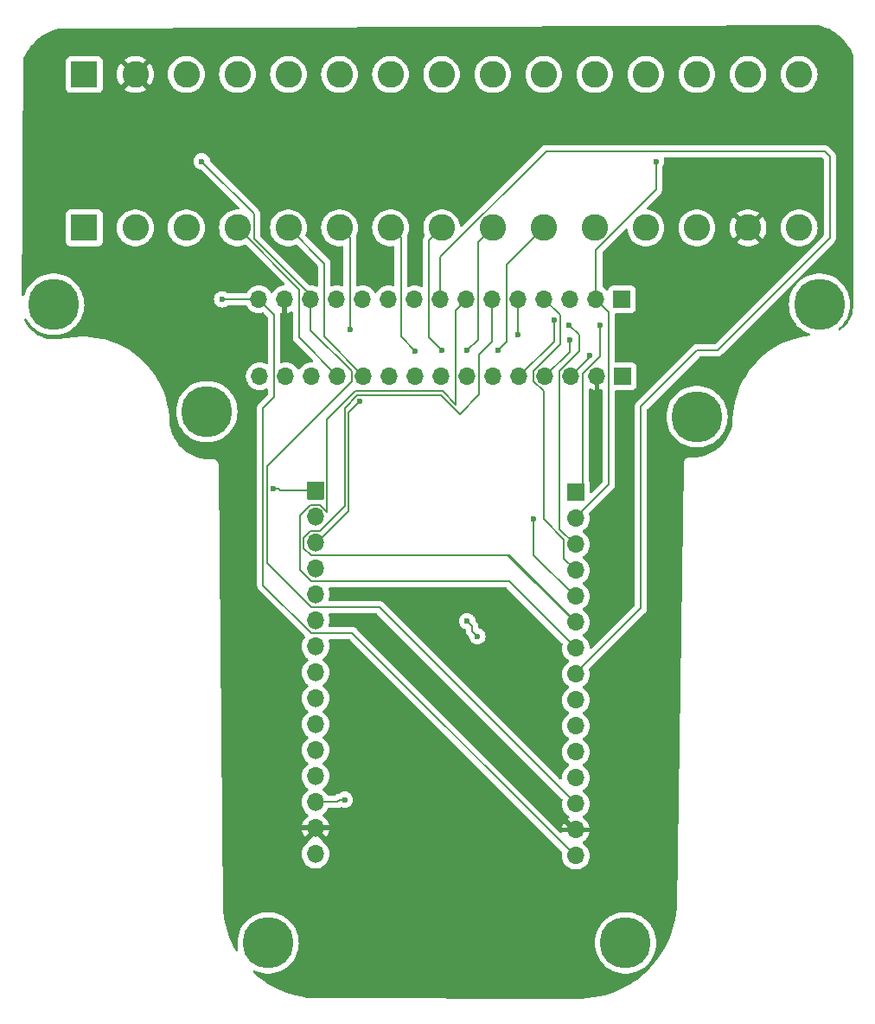
<source format=gbr>
%TF.GenerationSoftware,KiCad,Pcbnew,8.0.5*%
%TF.CreationDate,2025-02-15T20:25:57+11:00*%
%TF.ProjectId,hello_world,68656c6c-6f5f-4776-9f72-6c642e6b6963,1*%
%TF.SameCoordinates,Original*%
%TF.FileFunction,Copper,L2,Bot*%
%TF.FilePolarity,Positive*%
%FSLAX46Y46*%
G04 Gerber Fmt 4.6, Leading zero omitted, Abs format (unit mm)*
G04 Created by KiCad (PCBNEW 8.0.5) date 2025-02-15 20:25:57*
%MOMM*%
%LPD*%
G01*
G04 APERTURE LIST*
%TA.AperFunction,ComponentPad*%
%ADD10R,1.700000X1.700000*%
%TD*%
%TA.AperFunction,ComponentPad*%
%ADD11O,1.700000X1.700000*%
%TD*%
%TA.AperFunction,ComponentPad*%
%ADD12C,0.800000*%
%TD*%
%TA.AperFunction,ComponentPad*%
%ADD13C,5.000000*%
%TD*%
%TA.AperFunction,ComponentPad*%
%ADD14R,2.600000X2.600000*%
%TD*%
%TA.AperFunction,ComponentPad*%
%ADD15C,2.600000*%
%TD*%
%TA.AperFunction,ComponentPad*%
%ADD16R,1.524000X1.524000*%
%TD*%
%TA.AperFunction,ComponentPad*%
%ADD17C,1.524000*%
%TD*%
%TA.AperFunction,ViaPad*%
%ADD18C,0.600000*%
%TD*%
%TA.AperFunction,Conductor*%
%ADD19C,0.200000*%
%TD*%
G04 APERTURE END LIST*
D10*
%TO.P,J1,1,Pin_1*%
%TO.N,EN*%
X136139095Y-115720093D03*
D11*
%TO.P,J1,2,Pin_2*%
%TO.N,VP*%
X136139095Y-118260093D03*
%TO.P,J1,3,Pin_3*%
%TO.N,VN*%
X136139095Y-120800093D03*
%TO.P,J1,4,Pin_4*%
%TO.N,D34*%
X136139095Y-123340093D03*
%TO.P,J1,5,Pin_5*%
%TO.N,D35*%
X136139095Y-125880093D03*
%TO.P,J1,6,Pin_6*%
%TO.N,D32*%
X136139095Y-128420093D03*
%TO.P,J1,7,Pin_7*%
%TO.N,D33*%
X136139095Y-130960093D03*
%TO.P,J1,8,Pin_8*%
%TO.N,D25*%
X136139095Y-133500093D03*
%TO.P,J1,9,Pin_9*%
%TO.N,D26*%
X136139095Y-136040093D03*
%TO.P,J1,10,Pin_10*%
%TO.N,D27*%
X136139095Y-138580093D03*
%TO.P,J1,11,Pin_11*%
%TO.N,D14*%
X136139095Y-141120093D03*
%TO.P,J1,12,Pin_12*%
%TO.N,D12*%
X136139095Y-143660093D03*
%TO.P,J1,13,Pin_13*%
%TO.N,D13*%
X136139095Y-146200093D03*
%TO.P,J1,14,Pin_14*%
%TO.N,GND*%
X136139095Y-148740093D03*
%TO.P,J1,15,Pin_15*%
%TO.N,VIN*%
X136139095Y-151280093D03*
%TD*%
D10*
%TO.P,J2,1,Pin_1*%
%TO.N,D23*%
X161639095Y-115920093D03*
D11*
%TO.P,J2,2,Pin_2*%
%TO.N,D22*%
X161639095Y-118460093D03*
%TO.P,J2,3,Pin_3*%
%TO.N,TX0*%
X161639095Y-121000093D03*
%TO.P,J2,4,Pin_4*%
%TO.N,RX0*%
X161639095Y-123540093D03*
%TO.P,J2,5,Pin_5*%
%TO.N,D21*%
X161639095Y-126080093D03*
%TO.P,J2,6,Pin_6*%
%TO.N,D19*%
X161639095Y-128620093D03*
%TO.P,J2,7,Pin_7*%
%TO.N,D18*%
X161639095Y-131160093D03*
%TO.P,J2,8,Pin_8*%
%TO.N,D5*%
X161639095Y-133700093D03*
%TO.P,J2,9,Pin_9*%
%TO.N,TX2*%
X161639095Y-136240093D03*
%TO.P,J2,10,Pin_10*%
%TO.N,RX2*%
X161639095Y-138780093D03*
%TO.P,J2,11,Pin_11*%
%TO.N,D4*%
X161639095Y-141320093D03*
%TO.P,J2,12,Pin_12*%
%TO.N,D2*%
X161639095Y-143860093D03*
%TO.P,J2,13,Pin_13*%
%TO.N,D15*%
X161639095Y-146400093D03*
%TO.P,J2,14,Pin_14*%
%TO.N,GND*%
X161639095Y-148940093D03*
%TO.P,J2,15,Pin_15*%
%TO.N,3V3*%
X161639095Y-151480093D03*
%TD*%
D12*
%TO.P,REF\u002A\u002A,1*%
%TO.N,N/C*%
X164625000Y-160000000D03*
X165174175Y-158674175D03*
X165174175Y-161325825D03*
X166500000Y-158125000D03*
D13*
X166500000Y-160000000D03*
D12*
X166500000Y-161875000D03*
X167825825Y-158674175D03*
X167825825Y-161325825D03*
X168375000Y-160000000D03*
%TD*%
D10*
%TO.P,J3,1,Pin_1*%
%TO.N,D23*%
X166160000Y-97000000D03*
D11*
%TO.P,J3,2,Pin_2*%
%TO.N,D22*%
X163620000Y-97000000D03*
%TO.P,J3,3,Pin_3*%
%TO.N,TX0*%
X161080000Y-97000000D03*
%TO.P,J3,4,Pin_4*%
%TO.N,RX0*%
X158540000Y-97000000D03*
%TO.P,J3,5,Pin_5*%
%TO.N,D21*%
X156000000Y-97000000D03*
%TO.P,J3,6,Pin_6*%
%TO.N,D19*%
X153460000Y-97000000D03*
%TO.P,J3,7,Pin_7*%
%TO.N,D18*%
X150920000Y-97000000D03*
%TO.P,J3,8,Pin_8*%
%TO.N,D5*%
X148380000Y-97000000D03*
%TO.P,J3,9,Pin_9*%
%TO.N,TX2*%
X145840000Y-97000000D03*
%TO.P,J3,10,Pin_10*%
%TO.N,RX2*%
X143300000Y-97000000D03*
%TO.P,J3,11,Pin_11*%
%TO.N,D4*%
X140760000Y-97000000D03*
%TO.P,J3,12,Pin_12*%
%TO.N,D2*%
X138220000Y-97000000D03*
%TO.P,J3,13,Pin_13*%
%TO.N,D15*%
X135680000Y-97000000D03*
%TO.P,J3,14,Pin_14*%
%TO.N,GND*%
X133140000Y-97000000D03*
%TO.P,J3,15,Pin_15*%
%TO.N,3V3*%
X130600000Y-97000000D03*
%TD*%
D12*
%TO.P,REF\u002A\u002A,1*%
%TO.N,N/C*%
X171625000Y-108500000D03*
X172174175Y-107174175D03*
X172174175Y-109825825D03*
X173500000Y-106625000D03*
D13*
X173500000Y-108500000D03*
D12*
X173500000Y-110375000D03*
X174825825Y-107174175D03*
X174825825Y-109825825D03*
X175375000Y-108500000D03*
%TD*%
D14*
%TO.P,screwBottom1,1,Pin_1*%
%TO.N,EN*%
X113500000Y-90000000D03*
D15*
%TO.P,screwBottom1,2,Pin_2*%
%TO.N,VP*%
X118500000Y-90000000D03*
%TO.P,screwBottom1,3,Pin_3*%
%TO.N,VN*%
X123500000Y-90000000D03*
%TO.P,screwBottom1,4,Pin_4*%
%TO.N,D34*%
X128500000Y-90000000D03*
%TO.P,screwBottom1,5,Pin_5*%
%TO.N,D35*%
X133500000Y-90000000D03*
%TO.P,screwBottom1,6,Pin_6*%
%TO.N,D32*%
X138500000Y-90000000D03*
%TO.P,screwBottom1,7,Pin_7*%
%TO.N,D33*%
X143500000Y-90000000D03*
%TO.P,screwBottom1,8,Pin_8*%
%TO.N,D25*%
X148500000Y-90000000D03*
%TO.P,screwBottom1,9,Pin_9*%
%TO.N,D26*%
X153500000Y-90000000D03*
%TO.P,screwBottom1,10,Pin_10*%
%TO.N,D27*%
X158500000Y-90000000D03*
%TO.P,screwBottom1,11,Pin_11*%
%TO.N,D14*%
X163500000Y-90000000D03*
%TO.P,screwBottom1,12,Pin_12*%
%TO.N,D12*%
X168500000Y-90000000D03*
%TO.P,screwBottom1,13,Pin_13*%
%TO.N,D13*%
X173500000Y-90000000D03*
%TO.P,screwBottom1,14,Pin_14*%
%TO.N,GND*%
X178500000Y-90000000D03*
%TO.P,screwBottom1,15,Pin_15*%
%TO.N,VIN*%
X183500000Y-90000000D03*
%TD*%
D12*
%TO.P,REF\u002A\u002A,1*%
%TO.N,N/C*%
X123625000Y-108000000D03*
X124174175Y-106674175D03*
X124174175Y-109325825D03*
X125500000Y-106125000D03*
D13*
X125500000Y-108000000D03*
D12*
X125500000Y-109875000D03*
X126825825Y-106674175D03*
X126825825Y-109325825D03*
X127375000Y-108000000D03*
%TD*%
D14*
%TO.P,screwTop1,1,Pin_1*%
%TO.N,3V3*%
X113500000Y-75000000D03*
D15*
%TO.P,screwTop1,2,Pin_2*%
%TO.N,GND*%
X118500000Y-75000000D03*
%TO.P,screwTop1,3,Pin_3*%
%TO.N,D15*%
X123500000Y-75000000D03*
%TO.P,screwTop1,4,Pin_4*%
%TO.N,D2*%
X128500000Y-75000000D03*
%TO.P,screwTop1,5,Pin_5*%
%TO.N,D4*%
X133500000Y-75000000D03*
%TO.P,screwTop1,6,Pin_6*%
%TO.N,RX2*%
X138500000Y-75000000D03*
%TO.P,screwTop1,7,Pin_7*%
%TO.N,TX2*%
X143500000Y-75000000D03*
%TO.P,screwTop1,8,Pin_8*%
%TO.N,D5*%
X148500000Y-75000000D03*
%TO.P,screwTop1,9,Pin_9*%
%TO.N,D18*%
X153500000Y-75000000D03*
%TO.P,screwTop1,10,Pin_10*%
%TO.N,D19*%
X158500000Y-75000000D03*
%TO.P,screwTop1,11,Pin_11*%
%TO.N,D21*%
X163500000Y-75000000D03*
%TO.P,screwTop1,12,Pin_12*%
%TO.N,RX0*%
X168500000Y-75000000D03*
%TO.P,screwTop1,13,Pin_13*%
%TO.N,TX0*%
X173500000Y-75000000D03*
%TO.P,screwTop1,14,Pin_14*%
%TO.N,D22*%
X178500000Y-75000000D03*
%TO.P,screwTop1,15,Pin_15*%
%TO.N,D23*%
X183500000Y-75000000D03*
%TD*%
D12*
%TO.P,REF\u002A\u002A,1*%
%TO.N,N/C*%
X108625000Y-97500000D03*
X109174175Y-96174175D03*
X109174175Y-98825825D03*
X110500000Y-95625000D03*
D13*
X110500000Y-97500000D03*
D12*
X110500000Y-99375000D03*
X111825825Y-96174175D03*
X111825825Y-98825825D03*
X112375000Y-97500000D03*
%TD*%
%TO.P,REF\u002A\u002A,1*%
%TO.N,N/C*%
X129625000Y-160000000D03*
X130174175Y-158674175D03*
X130174175Y-161325825D03*
X131500000Y-158125000D03*
D13*
X131500000Y-160000000D03*
D12*
X131500000Y-161875000D03*
X132825825Y-158674175D03*
X132825825Y-161325825D03*
X133375000Y-160000000D03*
%TD*%
%TO.P,REF\u002A\u002A,1*%
%TO.N,N/C*%
X183625000Y-97500000D03*
X184174175Y-96174175D03*
X184174175Y-98825825D03*
X185500000Y-95625000D03*
D13*
X185500000Y-97500000D03*
D12*
X185500000Y-99375000D03*
X186825825Y-96174175D03*
X186825825Y-98825825D03*
X187375000Y-97500000D03*
%TD*%
D10*
%TO.P,J4,1,Pin_1*%
%TO.N,VIN*%
X166250000Y-104525000D03*
D11*
%TO.P,J4,2,Pin_2*%
%TO.N,GND*%
X163710000Y-104525000D03*
%TO.P,J4,3,Pin_3*%
%TO.N,D13*%
X161170000Y-104525000D03*
%TO.P,J4,4,Pin_4*%
%TO.N,D12*%
X158630000Y-104525000D03*
%TO.P,J4,5,Pin_5*%
%TO.N,D14*%
X156090000Y-104525000D03*
%TO.P,J4,6,Pin_6*%
%TO.N,D27*%
X153550000Y-104525000D03*
%TO.P,J4,7,Pin_7*%
%TO.N,D26*%
X151010000Y-104525000D03*
%TO.P,J4,8,Pin_8*%
%TO.N,D25*%
X148470000Y-104525000D03*
%TO.P,J4,9,Pin_9*%
%TO.N,D33*%
X145930000Y-104525000D03*
%TO.P,J4,10,Pin_10*%
%TO.N,D32*%
X143390000Y-104525000D03*
%TO.P,J4,11,Pin_11*%
%TO.N,D35*%
X140850000Y-104525000D03*
%TO.P,J4,12,Pin_12*%
%TO.N,D34*%
X138310000Y-104525000D03*
%TO.P,J4,13,Pin_13*%
%TO.N,VN*%
X135770000Y-104525000D03*
%TO.P,J4,14,Pin_14*%
%TO.N,VP*%
X133230000Y-104525000D03*
%TO.P,J4,15,Pin_15*%
%TO.N,EN*%
X130690000Y-104525000D03*
%TD*%
D16*
%TO.P,U1,1,EN*%
%TO.N,EN*%
X136139095Y-115920093D03*
D17*
%TO.P,U1,2,SENSOR_VP*%
%TO.N,VP*%
X136139095Y-118460093D03*
%TO.P,U1,3,SENSOR_VN*%
%TO.N,VN*%
X136139095Y-121000093D03*
%TO.P,U1,4,IO34*%
%TO.N,D34*%
X136139095Y-123540093D03*
%TO.P,U1,5,IO35*%
%TO.N,D35*%
X136139095Y-126080093D03*
%TO.P,U1,6,IO32*%
%TO.N,D32*%
X136139095Y-128620093D03*
%TO.P,U1,7,IO33*%
%TO.N,D33*%
X136139095Y-131160093D03*
%TO.P,U1,8,IO25*%
%TO.N,D25*%
X136139095Y-133700093D03*
%TO.P,U1,9,IO26*%
%TO.N,D26*%
X136139095Y-136240093D03*
%TO.P,U1,10,IO27*%
%TO.N,D27*%
X136139095Y-138780093D03*
%TO.P,U1,11,IO14*%
%TO.N,D14*%
X136139095Y-141320093D03*
%TO.P,U1,12,IO12*%
%TO.N,D12*%
X136139095Y-143860093D03*
%TO.P,U1,13,IO13*%
%TO.N,D13*%
X136139095Y-146400093D03*
%TO.P,U1,14,GND*%
%TO.N,GND*%
X136139095Y-148940093D03*
%TO.P,U1,15,VIN*%
%TO.N,VIN*%
X136139095Y-151480093D03*
%TO.P,U1,16,3V3*%
%TO.N,3V3*%
X161539095Y-151480093D03*
%TO.P,U1,17,GND*%
%TO.N,GND*%
X161539095Y-148940093D03*
%TO.P,U1,18,IO15*%
%TO.N,D15*%
X161539095Y-146400093D03*
%TO.P,U1,19,IO2*%
%TO.N,D2*%
X161539095Y-143860093D03*
%TO.P,U1,20,IO4*%
%TO.N,D4*%
X161539095Y-141320093D03*
%TO.P,U1,21,IO16*%
%TO.N,RX2*%
X161539095Y-138780093D03*
%TO.P,U1,22,IO17*%
%TO.N,TX2*%
X161539095Y-136240093D03*
%TO.P,U1,23,IO5*%
%TO.N,D5*%
X161539095Y-133700093D03*
%TO.P,U1,24,IO18*%
%TO.N,D18*%
X161539095Y-131160093D03*
%TO.P,U1,25,IO19*%
%TO.N,D19*%
X161539095Y-128620093D03*
%TO.P,U1,26,IO21*%
%TO.N,D21*%
X161539095Y-126080093D03*
%TO.P,U1,27,RXD0/IO3*%
%TO.N,RX0*%
X161539095Y-123540093D03*
%TO.P,U1,28,TXD0/IO1*%
%TO.N,TX0*%
X161539095Y-121000093D03*
%TO.P,U1,29,IO22*%
%TO.N,D22*%
X161539095Y-118460093D03*
%TO.P,U1,30,IO23*%
%TO.N,D23*%
X161539095Y-115920093D03*
%TD*%
D18*
%TO.N,TX0*%
X161000000Y-99500000D03*
%TO.N,D22*%
X169500000Y-83500000D03*
%TO.N,D21*%
X157500000Y-118500000D03*
X156000000Y-100500000D03*
%TO.N,3V3*%
X127000000Y-97000000D03*
%TO.N,D23*%
X164000000Y-99500000D03*
%TO.N,D15*%
X125000000Y-83500000D03*
%TO.N,GND*%
X152500000Y-129000000D03*
X151825735Y-127825735D03*
%TO.N,D14*%
X159500000Y-99000000D03*
%TO.N,D25*%
X148500000Y-102000000D03*
%TO.N,D12*%
X161016765Y-100983235D03*
%TO.N,VN*%
X140500000Y-107000000D03*
%TO.N,D13*%
X152000000Y-130000000D03*
X139000000Y-146000000D03*
X151000000Y-128500000D03*
X163000000Y-102500000D03*
%TO.N,EN*%
X132000000Y-115500000D03*
%TO.N,D26*%
X151010000Y-102010000D03*
%TO.N,D32*%
X139500000Y-100000000D03*
%TO.N,D27*%
X154000000Y-102000000D03*
%TO.N,D33*%
X145930000Y-102070000D03*
%TD*%
D19*
%TO.N,TX0*%
X161000000Y-99500000D02*
X162000000Y-100500000D01*
X162000000Y-102068654D02*
X160020000Y-104048654D01*
X162000000Y-100500000D02*
X162000000Y-102068654D01*
X160020000Y-119480998D02*
X161539095Y-121000093D01*
X160020000Y-104048654D02*
X160020000Y-119480998D01*
%TO.N,D19*%
X155081095Y-122062093D02*
X161639095Y-128620093D01*
X135699200Y-122062093D02*
X155081095Y-122062093D01*
X153460000Y-101108654D02*
X152160000Y-102408654D01*
X135699200Y-122062093D02*
X134989095Y-121351988D01*
X139000000Y-117265534D02*
X139000000Y-107651471D01*
X148400000Y-106400000D02*
X150250000Y-108250000D01*
X134989095Y-120323747D02*
X135662749Y-119650093D01*
X153460000Y-97000000D02*
X153460000Y-101108654D01*
X152160000Y-102408654D02*
X152160000Y-106340000D01*
X136615441Y-119650093D02*
X139000000Y-117265534D01*
X152160000Y-106340000D02*
X150250000Y-108250000D01*
X140251471Y-106400000D02*
X148400000Y-106400000D01*
X154981095Y-122062093D02*
X161539095Y-128620093D01*
X135699200Y-122062093D02*
X154981095Y-122062093D01*
X134989095Y-121351988D02*
X134989095Y-120323747D01*
X139000000Y-107651471D02*
X140251471Y-106400000D01*
X135662749Y-119650093D02*
X136615441Y-119650093D01*
%TO.N,D22*%
X164860000Y-115139188D02*
X161539095Y-118460093D01*
X169500000Y-83500000D02*
X169500000Y-86262742D01*
X163620000Y-92142742D02*
X163620000Y-97000000D01*
X169500000Y-86262742D02*
X163620000Y-92142742D01*
X163620000Y-97000000D02*
X164860000Y-98240000D01*
X164860000Y-98240000D02*
X164860000Y-115139188D01*
%TO.N,D21*%
X156000000Y-97000000D02*
X156000000Y-100500000D01*
X157500000Y-122040998D02*
X161539095Y-126080093D01*
X157500000Y-118500000D02*
X157500000Y-122040998D01*
%TO.N,3V3*%
X127000000Y-97000000D02*
X130600000Y-97000000D01*
X135699200Y-129682093D02*
X139741095Y-129682093D01*
X131000000Y-124982893D02*
X135699200Y-129682093D01*
X131000000Y-107660000D02*
X131000000Y-124982893D01*
X132080000Y-98480000D02*
X132080000Y-106580000D01*
X130600000Y-97000000D02*
X132080000Y-98480000D01*
X132080000Y-106580000D02*
X131000000Y-107660000D01*
X139741095Y-129682093D02*
X161539095Y-151480093D01*
%TO.N,D23*%
X164000000Y-102608654D02*
X162320000Y-104288654D01*
X164000000Y-99500000D02*
X164000000Y-102608654D01*
X162320000Y-115239188D02*
X161639095Y-115920093D01*
X162320000Y-104288654D02*
X162320000Y-115239188D01*
%TO.N,RX0*%
X160100000Y-98560000D02*
X160100000Y-101428654D01*
X160477095Y-122378093D02*
X161639095Y-123540093D01*
X157480000Y-105001346D02*
X158478654Y-106000000D01*
X160100000Y-101428654D02*
X157480000Y-104048654D01*
X157480000Y-104048654D02*
X157480000Y-105001346D01*
X160489095Y-120523747D02*
X160477095Y-120535747D01*
X158478654Y-118513306D02*
X160489095Y-120523747D01*
X160477095Y-120535747D02*
X160477095Y-122378093D01*
X158540000Y-97000000D02*
X160100000Y-98560000D01*
X158478654Y-106000000D02*
X158478654Y-118513306D01*
%TO.N,D15*%
X135680000Y-97000000D02*
X135680000Y-100028654D01*
X139700000Y-105001346D02*
X131400000Y-113301346D01*
X131400000Y-122842893D02*
X135699200Y-127142093D01*
X142381095Y-127142093D02*
X161639095Y-146400093D01*
X139700000Y-104048654D02*
X139700000Y-105001346D01*
X131400000Y-113301346D02*
X131400000Y-122842893D01*
X135699200Y-127142093D02*
X142381095Y-127142093D01*
X135680000Y-100028654D02*
X139700000Y-104048654D01*
X125000000Y-83500000D02*
X130100000Y-88600000D01*
X135680000Y-96614314D02*
X135680000Y-97000000D01*
X130100000Y-91034314D02*
X135680000Y-96614314D01*
X130100000Y-88600000D02*
X130100000Y-91034314D01*
%TO.N,D5*%
X168000000Y-127239188D02*
X161539095Y-133700093D01*
X148380000Y-92857258D02*
X158737258Y-82500000D01*
X186000000Y-82500000D02*
X186500000Y-83000000D01*
X186500000Y-91000000D02*
X175500000Y-102000000D01*
X186500000Y-83000000D02*
X186500000Y-91000000D01*
X175500000Y-102000000D02*
X173500000Y-102000000D01*
X173500000Y-102000000D02*
X168000000Y-107500000D01*
X148380000Y-97000000D02*
X148380000Y-92857258D01*
X158737258Y-82500000D02*
X186000000Y-82500000D01*
X168000000Y-107500000D02*
X168000000Y-127239188D01*
%TO.N,D18*%
X148565686Y-106000000D02*
X140085785Y-106000000D01*
X134589095Y-123491988D02*
X135699200Y-124602093D01*
X155081095Y-124602093D02*
X161639095Y-131160093D01*
X140085785Y-106000000D02*
X137289095Y-108796690D01*
X134589095Y-118183747D02*
X134589095Y-123491988D01*
X135662749Y-117110093D02*
X134589095Y-118183747D01*
X137289095Y-117783747D02*
X136615441Y-117110093D01*
X135699200Y-124602093D02*
X155081095Y-124602093D01*
X149860000Y-107294314D02*
X148565686Y-106000000D01*
X149860000Y-98060000D02*
X149860000Y-107294314D01*
X137289095Y-108796690D02*
X137289095Y-117783747D01*
X150920000Y-97000000D02*
X149860000Y-98060000D01*
X136615441Y-117110093D02*
X135662749Y-117110093D01*
%TO.N,GND*%
X152500000Y-128500000D02*
X152500000Y-129000000D01*
X151825735Y-127825735D02*
X152500000Y-128500000D01*
%TO.N,D14*%
X159500000Y-101115000D02*
X156090000Y-104525000D01*
X159500000Y-99000000D02*
X159500000Y-101115000D01*
%TO.N,D25*%
X148500000Y-102000000D02*
X147230000Y-100730000D01*
X147230000Y-91270000D02*
X148500000Y-90000000D01*
X147230000Y-100730000D02*
X147230000Y-91270000D01*
%TO.N,D34*%
X138310000Y-104525000D02*
X134530000Y-100745000D01*
X134530000Y-96030000D02*
X128500000Y-90000000D01*
X134530000Y-100745000D02*
X134530000Y-96030000D01*
%TO.N,D12*%
X161016765Y-102138235D02*
X158630000Y-104525000D01*
X161016765Y-100983235D02*
X161016765Y-102138235D01*
%TO.N,VN*%
X140500000Y-107000000D02*
X139400000Y-108100000D01*
X139400000Y-108100000D02*
X139400000Y-117739188D01*
X139400000Y-117739188D02*
X136139095Y-121000093D01*
%TO.N,D13*%
X139000000Y-146000000D02*
X138500000Y-146000000D01*
X138500000Y-146000000D02*
X138299907Y-146200093D01*
X151500000Y-129000000D02*
X151500000Y-129500000D01*
X163000000Y-102695000D02*
X161170000Y-104525000D01*
X138299907Y-146200093D02*
X136139095Y-146200093D01*
X163000000Y-102500000D02*
X163000000Y-102695000D01*
X151000000Y-128500000D02*
X151500000Y-129000000D01*
X151500000Y-129500000D02*
X152000000Y-130000000D01*
%TO.N,D35*%
X140850000Y-104525000D02*
X137000000Y-100675000D01*
X137000000Y-93500000D02*
X133500000Y-90000000D01*
X137000000Y-100675000D02*
X137000000Y-93500000D01*
%TO.N,EN*%
X132500000Y-115500000D02*
X132720093Y-115720093D01*
X132720093Y-115720093D02*
X136139095Y-115720093D01*
X132000000Y-115500000D02*
X132500000Y-115500000D01*
%TO.N,D26*%
X151010000Y-102010000D02*
X152070000Y-100950000D01*
X152070000Y-91430000D02*
X153500000Y-90000000D01*
X152070000Y-100950000D02*
X152070000Y-91430000D01*
%TO.N,D32*%
X139500000Y-100000000D02*
X139500000Y-91000000D01*
X139500000Y-91000000D02*
X138500000Y-90000000D01*
%TO.N,D27*%
X154850000Y-93650000D02*
X158500000Y-90000000D01*
X154000000Y-102000000D02*
X154850000Y-101150000D01*
X154850000Y-101150000D02*
X154850000Y-93650000D01*
%TO.N,D33*%
X144500000Y-100640000D02*
X144500000Y-91000000D01*
X144500000Y-91000000D02*
X143500000Y-90000000D01*
X145930000Y-102070000D02*
X144500000Y-100640000D01*
%TD*%
%TA.AperFunction,Conductor*%
%TO.N,GND*%
G36*
X142148037Y-127762278D02*
G01*
X142168679Y-127778912D01*
X160299312Y-145909546D01*
X160332797Y-145970869D01*
X160331406Y-146029320D01*
X160291026Y-146180019D01*
X160291024Y-146180030D01*
X160271772Y-146400090D01*
X160271772Y-146400095D01*
X160291024Y-146620155D01*
X160291025Y-146620163D01*
X160348199Y-146833538D01*
X160348200Y-146833540D01*
X160348201Y-146833543D01*
X160401628Y-146948118D01*
X160441562Y-147033758D01*
X160444028Y-147037279D01*
X160454833Y-147055993D01*
X160465058Y-147077921D01*
X160465060Y-147077924D01*
X160560838Y-147214708D01*
X160600600Y-147271494D01*
X160767694Y-147438588D01*
X160911360Y-147539184D01*
X160953690Y-147568824D01*
X160997314Y-147623401D01*
X161004507Y-147692900D01*
X160972985Y-147755254D01*
X160953689Y-147771974D01*
X160818905Y-147866349D01*
X160818904Y-147866350D01*
X161433816Y-148481261D01*
X161332088Y-148539994D01*
X161238996Y-148633086D01*
X161173170Y-148747100D01*
X161139095Y-148874267D01*
X161139095Y-149005919D01*
X161173170Y-149133086D01*
X161206083Y-149190093D01*
X160299563Y-149190093D01*
X160298268Y-149191781D01*
X160241840Y-149232983D01*
X160172094Y-149237138D01*
X160112212Y-149203975D01*
X159598329Y-148690092D01*
X160299563Y-148690092D01*
X160299564Y-148690093D01*
X160935542Y-148690093D01*
X160935542Y-148690092D01*
X160482985Y-148237535D01*
X160482984Y-148237535D01*
X160465495Y-148262513D01*
X160455267Y-148284446D01*
X160444476Y-148303139D01*
X160441999Y-148306677D01*
X160441991Y-148306690D01*
X160348675Y-148506808D01*
X160348670Y-148506822D01*
X160299563Y-148690092D01*
X159598329Y-148690092D01*
X140228685Y-129320448D01*
X140228683Y-129320445D01*
X140109812Y-129201574D01*
X140109804Y-129201568D01*
X139988067Y-129131284D01*
X139988064Y-129131283D01*
X139985521Y-129129815D01*
X139972880Y-129122516D01*
X139820152Y-129081592D01*
X139662038Y-129081592D01*
X139654442Y-129081592D01*
X139654426Y-129081593D01*
X137515386Y-129081593D01*
X137448347Y-129061908D01*
X137402592Y-129009104D01*
X137392648Y-128939946D01*
X137403004Y-128905189D01*
X137412995Y-128883762D01*
X137412998Y-128883756D01*
X137474158Y-128655501D01*
X137494754Y-128420093D01*
X137491656Y-128384689D01*
X137474158Y-128184689D01*
X137474158Y-128184685D01*
X137412998Y-127956430D01*
X137395543Y-127918998D01*
X137385051Y-127849920D01*
X137413571Y-127786136D01*
X137472047Y-127747897D01*
X137507925Y-127742593D01*
X142080998Y-127742593D01*
X142148037Y-127762278D01*
G37*
%TD.AperFunction*%
%TA.AperFunction,Conductor*%
G36*
X154848037Y-125222278D02*
G01*
X154868679Y-125238912D01*
X160299312Y-130669546D01*
X160332797Y-130730869D01*
X160331406Y-130789320D01*
X160291026Y-130940019D01*
X160291024Y-130940030D01*
X160271772Y-131160090D01*
X160271772Y-131160095D01*
X160291024Y-131380155D01*
X160291025Y-131380163D01*
X160348199Y-131593538D01*
X160348200Y-131593540D01*
X160348201Y-131593543D01*
X160401628Y-131708118D01*
X160441562Y-131793758D01*
X160444028Y-131797279D01*
X160454833Y-131815993D01*
X160465058Y-131837921D01*
X160465060Y-131837924D01*
X160600596Y-132031488D01*
X160600601Y-132031495D01*
X160767692Y-132198586D01*
X160767698Y-132198591D01*
X160953253Y-132328518D01*
X160996878Y-132383095D01*
X161004072Y-132452593D01*
X160972549Y-132514948D01*
X160953253Y-132531668D01*
X160767692Y-132661598D01*
X160600600Y-132828690D01*
X160465061Y-133022261D01*
X160454832Y-133044195D01*
X160444041Y-133062888D01*
X160441564Y-133066426D01*
X160441559Y-133066435D01*
X160348202Y-133266641D01*
X160348199Y-133266647D01*
X160291025Y-133480022D01*
X160291024Y-133480030D01*
X160271772Y-133700090D01*
X160271772Y-133700095D01*
X160291024Y-133920155D01*
X160291025Y-133920163D01*
X160348199Y-134133538D01*
X160348200Y-134133540D01*
X160348201Y-134133543D01*
X160401628Y-134248118D01*
X160441562Y-134333758D01*
X160444028Y-134337279D01*
X160454833Y-134355993D01*
X160465058Y-134377921D01*
X160465060Y-134377924D01*
X160600596Y-134571488D01*
X160600601Y-134571495D01*
X160767692Y-134738586D01*
X160767698Y-134738591D01*
X160953253Y-134868518D01*
X160996878Y-134923095D01*
X161004072Y-134992593D01*
X160972549Y-135054948D01*
X160953253Y-135071668D01*
X160767692Y-135201598D01*
X160600600Y-135368690D01*
X160465061Y-135562261D01*
X160454832Y-135584195D01*
X160444041Y-135602888D01*
X160441564Y-135606426D01*
X160441559Y-135606435D01*
X160348202Y-135806641D01*
X160348199Y-135806647D01*
X160291025Y-136020022D01*
X160291024Y-136020030D01*
X160271772Y-136240090D01*
X160271772Y-136240095D01*
X160291024Y-136460155D01*
X160291025Y-136460163D01*
X160348199Y-136673538D01*
X160348200Y-136673540D01*
X160348201Y-136673543D01*
X160401628Y-136788118D01*
X160441562Y-136873758D01*
X160444028Y-136877279D01*
X160454833Y-136895993D01*
X160465058Y-136917921D01*
X160465060Y-136917924D01*
X160600596Y-137111488D01*
X160600601Y-137111495D01*
X160767692Y-137278586D01*
X160767698Y-137278591D01*
X160953253Y-137408518D01*
X160996878Y-137463095D01*
X161004072Y-137532593D01*
X160972549Y-137594948D01*
X160953253Y-137611668D01*
X160767692Y-137741598D01*
X160600600Y-137908690D01*
X160465061Y-138102261D01*
X160454832Y-138124195D01*
X160444041Y-138142888D01*
X160441564Y-138146426D01*
X160441559Y-138146435D01*
X160348202Y-138346641D01*
X160348199Y-138346647D01*
X160291025Y-138560022D01*
X160291024Y-138560030D01*
X160271772Y-138780090D01*
X160271772Y-138780095D01*
X160291024Y-139000155D01*
X160291025Y-139000163D01*
X160348199Y-139213538D01*
X160348200Y-139213540D01*
X160348201Y-139213543D01*
X160401628Y-139328118D01*
X160441562Y-139413758D01*
X160444028Y-139417279D01*
X160454833Y-139435993D01*
X160465058Y-139457921D01*
X160465060Y-139457924D01*
X160600596Y-139651488D01*
X160600601Y-139651495D01*
X160767692Y-139818586D01*
X160767698Y-139818591D01*
X160953253Y-139948518D01*
X160996878Y-140003095D01*
X161004072Y-140072593D01*
X160972549Y-140134948D01*
X160953253Y-140151668D01*
X160767692Y-140281598D01*
X160600600Y-140448690D01*
X160465061Y-140642261D01*
X160454832Y-140664195D01*
X160444041Y-140682888D01*
X160441564Y-140686426D01*
X160441559Y-140686435D01*
X160348202Y-140886641D01*
X160348199Y-140886647D01*
X160291025Y-141100022D01*
X160291024Y-141100030D01*
X160271772Y-141320090D01*
X160271772Y-141320095D01*
X160291024Y-141540155D01*
X160291025Y-141540163D01*
X160348199Y-141753538D01*
X160348200Y-141753540D01*
X160348201Y-141753543D01*
X160401628Y-141868118D01*
X160441562Y-141953758D01*
X160444028Y-141957279D01*
X160454833Y-141975993D01*
X160465058Y-141997921D01*
X160465060Y-141997924D01*
X160600596Y-142191488D01*
X160600601Y-142191495D01*
X160767692Y-142358586D01*
X160767698Y-142358591D01*
X160953253Y-142488518D01*
X160996878Y-142543095D01*
X161004072Y-142612593D01*
X160972549Y-142674948D01*
X160953253Y-142691668D01*
X160767692Y-142821598D01*
X160600600Y-142988690D01*
X160465061Y-143182261D01*
X160454832Y-143204195D01*
X160444041Y-143222888D01*
X160441564Y-143226426D01*
X160441559Y-143226435D01*
X160348202Y-143426641D01*
X160348199Y-143426647D01*
X160291025Y-143640022D01*
X160291024Y-143640030D01*
X160271772Y-143860090D01*
X160271772Y-143860099D01*
X160273089Y-143875157D01*
X160259321Y-143943656D01*
X160210705Y-143993838D01*
X160142675Y-144009770D01*
X160076832Y-143986393D01*
X160061880Y-143973642D01*
X144588233Y-128499996D01*
X150194435Y-128499996D01*
X150194435Y-128500003D01*
X150214630Y-128679249D01*
X150214631Y-128679254D01*
X150274211Y-128849523D01*
X150319088Y-128920944D01*
X150370184Y-129002262D01*
X150497738Y-129129816D01*
X150650478Y-129225789D01*
X150816455Y-129283867D01*
X150873230Y-129324588D01*
X150898978Y-129389540D01*
X150899500Y-129400908D01*
X150899500Y-129413330D01*
X150899499Y-129413348D01*
X150899499Y-129579054D01*
X150899498Y-129579054D01*
X150899499Y-129579057D01*
X150920810Y-129658591D01*
X150940424Y-129731787D01*
X150957376Y-129761148D01*
X150957377Y-129761150D01*
X151019477Y-129868712D01*
X151019481Y-129868717D01*
X151131284Y-129980520D01*
X151131285Y-129980522D01*
X151169298Y-130018535D01*
X151202783Y-130079858D01*
X151204837Y-130092332D01*
X151214630Y-130179249D01*
X151274210Y-130349521D01*
X151366524Y-130496437D01*
X151370184Y-130502262D01*
X151497738Y-130629816D01*
X151650478Y-130725789D01*
X151820745Y-130785368D01*
X151820750Y-130785369D01*
X151999996Y-130805565D01*
X152000000Y-130805565D01*
X152000004Y-130805565D01*
X152179249Y-130785369D01*
X152179252Y-130785368D01*
X152179255Y-130785368D01*
X152349522Y-130725789D01*
X152502262Y-130629816D01*
X152629816Y-130502262D01*
X152725789Y-130349522D01*
X152785368Y-130179255D01*
X152785369Y-130179249D01*
X152805565Y-130000003D01*
X152805565Y-129999996D01*
X152785369Y-129820750D01*
X152785368Y-129820745D01*
X152754240Y-129731787D01*
X152725789Y-129650478D01*
X152629816Y-129497738D01*
X152502262Y-129370184D01*
X152349521Y-129274210D01*
X152256845Y-129241781D01*
X152183544Y-129216132D01*
X152126770Y-129175412D01*
X152101022Y-129110460D01*
X152100500Y-129099092D01*
X152100500Y-129089060D01*
X152100501Y-129089047D01*
X152100501Y-128920944D01*
X152100501Y-128920943D01*
X152059577Y-128768216D01*
X152046978Y-128746394D01*
X151980524Y-128631290D01*
X151980522Y-128631287D01*
X151980521Y-128631286D01*
X151980520Y-128631284D01*
X151830698Y-128481463D01*
X151797215Y-128420142D01*
X151795163Y-128407686D01*
X151785368Y-128320745D01*
X151725789Y-128150478D01*
X151629816Y-127997738D01*
X151502262Y-127870184D01*
X151368501Y-127786136D01*
X151349523Y-127774211D01*
X151179254Y-127714631D01*
X151179249Y-127714630D01*
X151000004Y-127694435D01*
X150999996Y-127694435D01*
X150820750Y-127714630D01*
X150820745Y-127714631D01*
X150650476Y-127774211D01*
X150497737Y-127870184D01*
X150370184Y-127997737D01*
X150274211Y-128150476D01*
X150214631Y-128320745D01*
X150214630Y-128320750D01*
X150194435Y-128499996D01*
X144588233Y-128499996D01*
X142868685Y-126780448D01*
X142868683Y-126780445D01*
X142749812Y-126661574D01*
X142749811Y-126661573D01*
X142662999Y-126611453D01*
X142662999Y-126611452D01*
X142662995Y-126611451D01*
X142612880Y-126582516D01*
X142460152Y-126541592D01*
X142302038Y-126541592D01*
X142294442Y-126541592D01*
X142294426Y-126541593D01*
X137515386Y-126541593D01*
X137448347Y-126521908D01*
X137402592Y-126469104D01*
X137392648Y-126399946D01*
X137403004Y-126365189D01*
X137412995Y-126343762D01*
X137412998Y-126343756D01*
X137474158Y-126115501D01*
X137494754Y-125880093D01*
X137492997Y-125860016D01*
X137474158Y-125644689D01*
X137474158Y-125644685D01*
X137412998Y-125416430D01*
X137395543Y-125378998D01*
X137385051Y-125309920D01*
X137413571Y-125246136D01*
X137472047Y-125207897D01*
X137507925Y-125202593D01*
X154780998Y-125202593D01*
X154848037Y-125222278D01*
G37*
%TD.AperFunction*%
%TA.AperFunction,Conductor*%
G36*
X185766942Y-83120185D02*
G01*
X185787584Y-83136819D01*
X185863181Y-83212416D01*
X185896666Y-83273739D01*
X185899500Y-83300097D01*
X185899500Y-90699903D01*
X185879815Y-90766942D01*
X185863181Y-90787584D01*
X175287584Y-101363181D01*
X175226261Y-101396666D01*
X175199903Y-101399500D01*
X173586670Y-101399500D01*
X173586654Y-101399499D01*
X173579058Y-101399499D01*
X173420943Y-101399499D01*
X173344579Y-101419961D01*
X173268214Y-101440423D01*
X173268209Y-101440426D01*
X173131290Y-101519475D01*
X173131282Y-101519481D01*
X167519479Y-107131284D01*
X167508037Y-107151104D01*
X167490730Y-107181081D01*
X167440423Y-107268215D01*
X167399499Y-107420943D01*
X167399499Y-107420945D01*
X167399499Y-107589046D01*
X167399500Y-107589059D01*
X167399500Y-126939090D01*
X167379815Y-127006129D01*
X167363181Y-127026771D01*
X163201700Y-131188251D01*
X163140377Y-131221736D01*
X163070685Y-131216752D01*
X163014752Y-131174880D01*
X162990492Y-131111379D01*
X162974158Y-130924685D01*
X162922226Y-130730869D01*
X162913000Y-130696437D01*
X162912999Y-130696436D01*
X162912998Y-130696430D01*
X162813130Y-130482264D01*
X162748471Y-130389920D01*
X162677589Y-130288690D01*
X162510497Y-130121599D01*
X162510491Y-130121594D01*
X162324937Y-129991668D01*
X162281312Y-129937091D01*
X162274118Y-129867593D01*
X162305641Y-129805238D01*
X162324937Y-129788518D01*
X162405960Y-129731785D01*
X162510496Y-129658588D01*
X162677590Y-129491494D01*
X162813130Y-129297923D01*
X162912998Y-129083756D01*
X162974158Y-128855501D01*
X162994754Y-128620093D01*
X162974158Y-128384685D01*
X162912998Y-128156430D01*
X162813130Y-127942264D01*
X162762660Y-127870184D01*
X162677589Y-127748690D01*
X162510497Y-127581599D01*
X162510491Y-127581594D01*
X162324937Y-127451668D01*
X162281312Y-127397091D01*
X162274118Y-127327593D01*
X162305641Y-127265238D01*
X162324937Y-127248518D01*
X162347121Y-127232984D01*
X162510496Y-127118588D01*
X162677590Y-126951494D01*
X162813130Y-126757923D01*
X162912998Y-126543756D01*
X162974158Y-126315501D01*
X162994754Y-126080093D01*
X162974158Y-125844685D01*
X162912998Y-125616430D01*
X162813130Y-125402264D01*
X162777662Y-125351609D01*
X162677589Y-125208690D01*
X162510497Y-125041599D01*
X162510491Y-125041594D01*
X162324937Y-124911668D01*
X162281312Y-124857091D01*
X162274118Y-124787593D01*
X162305641Y-124725238D01*
X162324937Y-124708518D01*
X162361672Y-124682796D01*
X162510496Y-124578588D01*
X162677590Y-124411494D01*
X162813130Y-124217923D01*
X162912998Y-124003756D01*
X162974158Y-123775501D01*
X162994754Y-123540093D01*
X162974158Y-123304685D01*
X162922226Y-123110868D01*
X162913000Y-123076437D01*
X162912999Y-123076436D01*
X162912998Y-123076430D01*
X162813130Y-122862264D01*
X162810575Y-122858614D01*
X162677589Y-122668690D01*
X162510497Y-122501599D01*
X162510491Y-122501594D01*
X162324937Y-122371668D01*
X162281312Y-122317091D01*
X162274118Y-122247593D01*
X162305641Y-122185238D01*
X162324937Y-122168518D01*
X162394153Y-122120052D01*
X162510496Y-122038588D01*
X162677590Y-121871494D01*
X162813130Y-121677923D01*
X162912998Y-121463756D01*
X162974158Y-121235501D01*
X162994754Y-121000093D01*
X162974158Y-120764685D01*
X162912998Y-120536430D01*
X162813130Y-120322264D01*
X162677590Y-120128692D01*
X162677589Y-120128690D01*
X162510497Y-119961599D01*
X162510491Y-119961594D01*
X162324937Y-119831668D01*
X162281312Y-119777091D01*
X162274118Y-119707593D01*
X162305641Y-119645238D01*
X162324937Y-119628518D01*
X162347121Y-119612984D01*
X162510496Y-119498588D01*
X162677590Y-119331494D01*
X162813130Y-119137923D01*
X162912998Y-118923756D01*
X162974158Y-118695501D01*
X162994754Y-118460093D01*
X162974158Y-118224685D01*
X162942867Y-118107904D01*
X162918635Y-118017466D01*
X162920298Y-117947616D01*
X162950727Y-117897694D01*
X165218506Y-115629916D01*
X165218511Y-115629912D01*
X165228714Y-115619708D01*
X165228716Y-115619708D01*
X165340520Y-115507904D01*
X165390726Y-115420943D01*
X165419577Y-115370973D01*
X165460501Y-115218245D01*
X165460501Y-115060131D01*
X165460501Y-115052536D01*
X165460500Y-115052518D01*
X165460500Y-105999499D01*
X165480185Y-105932460D01*
X165532989Y-105886705D01*
X165584500Y-105875499D01*
X167147871Y-105875499D01*
X167147872Y-105875499D01*
X167207483Y-105869091D01*
X167342331Y-105818796D01*
X167457546Y-105732546D01*
X167543796Y-105617331D01*
X167594091Y-105482483D01*
X167600500Y-105422873D01*
X167600499Y-103627128D01*
X167594091Y-103567517D01*
X167543796Y-103432669D01*
X167543795Y-103432668D01*
X167543793Y-103432664D01*
X167457547Y-103317455D01*
X167457544Y-103317452D01*
X167342335Y-103231206D01*
X167342328Y-103231202D01*
X167207482Y-103180908D01*
X167207483Y-103180908D01*
X167147883Y-103174501D01*
X167147881Y-103174500D01*
X167147873Y-103174500D01*
X167147865Y-103174500D01*
X165584500Y-103174500D01*
X165517461Y-103154815D01*
X165471706Y-103102011D01*
X165460500Y-103050500D01*
X165460500Y-98474499D01*
X165480185Y-98407460D01*
X165532989Y-98361705D01*
X165584500Y-98350499D01*
X167057871Y-98350499D01*
X167057872Y-98350499D01*
X167117483Y-98344091D01*
X167252331Y-98293796D01*
X167367546Y-98207546D01*
X167453796Y-98092331D01*
X167504091Y-97957483D01*
X167510500Y-97897873D01*
X167510499Y-96102128D01*
X167504091Y-96042517D01*
X167502810Y-96039083D01*
X167453797Y-95907671D01*
X167453793Y-95907664D01*
X167367547Y-95792455D01*
X167367544Y-95792452D01*
X167252335Y-95706206D01*
X167252328Y-95706202D01*
X167117482Y-95655908D01*
X167117483Y-95655908D01*
X167057883Y-95649501D01*
X167057881Y-95649500D01*
X167057873Y-95649500D01*
X167057864Y-95649500D01*
X165262129Y-95649500D01*
X165262123Y-95649501D01*
X165202516Y-95655908D01*
X165067671Y-95706202D01*
X165067664Y-95706206D01*
X164952455Y-95792452D01*
X164952452Y-95792455D01*
X164866206Y-95907664D01*
X164866203Y-95907669D01*
X164817189Y-96039083D01*
X164775317Y-96095016D01*
X164709853Y-96119433D01*
X164641580Y-96104581D01*
X164613326Y-96083430D01*
X164491402Y-95961506D01*
X164491395Y-95961501D01*
X164297831Y-95825965D01*
X164297826Y-95825962D01*
X164292091Y-95823288D01*
X164239653Y-95777113D01*
X164220500Y-95710908D01*
X164220500Y-92442839D01*
X164240185Y-92375800D01*
X164256819Y-92355158D01*
X165330082Y-91281895D01*
X166497568Y-90114408D01*
X166558889Y-90080925D01*
X166628581Y-90085909D01*
X166684514Y-90127781D01*
X166708900Y-90192824D01*
X166714616Y-90269101D01*
X166774664Y-90532188D01*
X166774666Y-90532195D01*
X166873256Y-90783396D01*
X166873258Y-90783400D01*
X166875674Y-90787584D01*
X167008185Y-91017102D01*
X167084958Y-91113372D01*
X167176442Y-91228089D01*
X167328003Y-91368716D01*
X167374259Y-91411635D01*
X167597226Y-91563651D01*
X167840359Y-91680738D01*
X168098228Y-91760280D01*
X168098229Y-91760280D01*
X168098232Y-91760281D01*
X168365063Y-91800499D01*
X168365068Y-91800499D01*
X168365071Y-91800500D01*
X168365072Y-91800500D01*
X168634928Y-91800500D01*
X168634929Y-91800500D01*
X168634936Y-91800499D01*
X168901767Y-91760281D01*
X168901768Y-91760280D01*
X168901772Y-91760280D01*
X169159641Y-91680738D01*
X169402775Y-91563651D01*
X169625741Y-91411635D01*
X169779259Y-91269190D01*
X169823557Y-91228089D01*
X169823557Y-91228087D01*
X169823561Y-91228085D01*
X169991815Y-91017102D01*
X170126743Y-90783398D01*
X170225334Y-90532195D01*
X170285383Y-90269103D01*
X170305549Y-90000000D01*
X170305549Y-89999995D01*
X171694451Y-89999995D01*
X171694451Y-90000004D01*
X171714616Y-90269101D01*
X171774664Y-90532188D01*
X171774666Y-90532195D01*
X171873256Y-90783396D01*
X171873258Y-90783400D01*
X171875674Y-90787584D01*
X172008185Y-91017102D01*
X172084958Y-91113372D01*
X172176442Y-91228089D01*
X172328003Y-91368716D01*
X172374259Y-91411635D01*
X172597226Y-91563651D01*
X172840359Y-91680738D01*
X173098228Y-91760280D01*
X173098229Y-91760280D01*
X173098232Y-91760281D01*
X173365063Y-91800499D01*
X173365068Y-91800499D01*
X173365071Y-91800500D01*
X173365072Y-91800500D01*
X173634928Y-91800500D01*
X173634929Y-91800500D01*
X173634936Y-91800499D01*
X173901767Y-91760281D01*
X173901768Y-91760280D01*
X173901772Y-91760280D01*
X174159641Y-91680738D01*
X174402775Y-91563651D01*
X174625741Y-91411635D01*
X174779259Y-91269190D01*
X174823557Y-91228089D01*
X174823557Y-91228087D01*
X174823561Y-91228085D01*
X174991815Y-91017102D01*
X175126743Y-90783398D01*
X175225334Y-90532195D01*
X175285383Y-90269103D01*
X175305549Y-90000000D01*
X175305549Y-89999995D01*
X176694953Y-89999995D01*
X176694953Y-90000004D01*
X176715113Y-90269026D01*
X176715113Y-90269028D01*
X176775142Y-90532033D01*
X176775148Y-90532052D01*
X176873709Y-90783181D01*
X176873708Y-90783181D01*
X177008602Y-91016822D01*
X177062294Y-91084151D01*
X177062295Y-91084151D01*
X177898958Y-90247488D01*
X177923978Y-90307890D01*
X177995112Y-90414351D01*
X178085649Y-90504888D01*
X178192110Y-90576022D01*
X178252510Y-90601041D01*
X177414848Y-91438702D01*
X177597483Y-91563220D01*
X177597485Y-91563221D01*
X177840539Y-91680269D01*
X177840537Y-91680269D01*
X178098337Y-91759790D01*
X178098343Y-91759792D01*
X178365101Y-91799999D01*
X178365110Y-91800000D01*
X178634890Y-91800000D01*
X178634898Y-91799999D01*
X178901656Y-91759792D01*
X178901662Y-91759790D01*
X179159461Y-91680269D01*
X179402521Y-91563218D01*
X179585150Y-91438702D01*
X178747488Y-90601041D01*
X178807890Y-90576022D01*
X178914351Y-90504888D01*
X179004888Y-90414351D01*
X179076022Y-90307890D01*
X179101041Y-90247488D01*
X179937703Y-91084151D01*
X179937704Y-91084150D01*
X179991393Y-91016828D01*
X179991400Y-91016817D01*
X180126290Y-90783181D01*
X180224851Y-90532052D01*
X180224857Y-90532033D01*
X180284886Y-90269028D01*
X180284886Y-90269026D01*
X180305047Y-90000004D01*
X180305047Y-89999995D01*
X181694451Y-89999995D01*
X181694451Y-90000004D01*
X181714616Y-90269101D01*
X181774664Y-90532188D01*
X181774666Y-90532195D01*
X181873256Y-90783396D01*
X181873258Y-90783400D01*
X181875674Y-90787584D01*
X182008185Y-91017102D01*
X182084958Y-91113372D01*
X182176442Y-91228089D01*
X182328003Y-91368716D01*
X182374259Y-91411635D01*
X182597226Y-91563651D01*
X182840359Y-91680738D01*
X183098228Y-91760280D01*
X183098229Y-91760280D01*
X183098232Y-91760281D01*
X183365063Y-91800499D01*
X183365068Y-91800499D01*
X183365071Y-91800500D01*
X183365072Y-91800500D01*
X183634928Y-91800500D01*
X183634929Y-91800500D01*
X183634936Y-91800499D01*
X183901767Y-91760281D01*
X183901768Y-91760280D01*
X183901772Y-91760280D01*
X184159641Y-91680738D01*
X184402775Y-91563651D01*
X184625741Y-91411635D01*
X184779259Y-91269190D01*
X184823557Y-91228089D01*
X184823557Y-91228087D01*
X184823561Y-91228085D01*
X184991815Y-91017102D01*
X185126743Y-90783398D01*
X185225334Y-90532195D01*
X185285383Y-90269103D01*
X185305549Y-90000000D01*
X185299484Y-89919072D01*
X185285389Y-89730973D01*
X185285383Y-89730897D01*
X185225334Y-89467805D01*
X185126743Y-89216602D01*
X184991815Y-88982898D01*
X184823561Y-88771915D01*
X184823560Y-88771914D01*
X184823557Y-88771910D01*
X184625741Y-88588365D01*
X184526851Y-88520943D01*
X184402775Y-88436349D01*
X184402769Y-88436346D01*
X184402768Y-88436345D01*
X184402767Y-88436344D01*
X184159643Y-88319263D01*
X184159645Y-88319263D01*
X183901773Y-88239720D01*
X183901767Y-88239718D01*
X183634936Y-88199500D01*
X183634929Y-88199500D01*
X183365071Y-88199500D01*
X183365063Y-88199500D01*
X183098232Y-88239718D01*
X183098226Y-88239720D01*
X182840358Y-88319262D01*
X182597230Y-88436346D01*
X182374258Y-88588365D01*
X182176442Y-88771910D01*
X182008185Y-88982898D01*
X181873258Y-89216599D01*
X181873256Y-89216603D01*
X181774666Y-89467804D01*
X181774664Y-89467811D01*
X181714616Y-89730898D01*
X181694451Y-89999995D01*
X180305047Y-89999995D01*
X180284886Y-89730973D01*
X180284886Y-89730971D01*
X180224857Y-89467966D01*
X180224851Y-89467947D01*
X180126290Y-89216818D01*
X180126291Y-89216818D01*
X179991397Y-88983177D01*
X179937704Y-88915847D01*
X179101041Y-89752510D01*
X179076022Y-89692110D01*
X179004888Y-89585649D01*
X178914351Y-89495112D01*
X178807890Y-89423978D01*
X178747488Y-89398958D01*
X179585150Y-88561296D01*
X179402517Y-88436779D01*
X179402516Y-88436778D01*
X179159460Y-88319730D01*
X179159462Y-88319730D01*
X178901662Y-88240209D01*
X178901656Y-88240207D01*
X178634898Y-88200000D01*
X178365101Y-88200000D01*
X178098343Y-88240207D01*
X178098337Y-88240209D01*
X177840538Y-88319730D01*
X177597485Y-88436778D01*
X177597476Y-88436783D01*
X177414848Y-88561296D01*
X178252511Y-89398958D01*
X178192110Y-89423978D01*
X178085649Y-89495112D01*
X177995112Y-89585649D01*
X177923978Y-89692110D01*
X177898958Y-89752511D01*
X177062295Y-88915848D01*
X177008600Y-88983180D01*
X176873709Y-89216818D01*
X176775148Y-89467947D01*
X176775142Y-89467966D01*
X176715113Y-89730971D01*
X176715113Y-89730973D01*
X176694953Y-89999995D01*
X175305549Y-89999995D01*
X175299484Y-89919072D01*
X175285389Y-89730973D01*
X175285383Y-89730897D01*
X175225334Y-89467805D01*
X175126743Y-89216602D01*
X174991815Y-88982898D01*
X174823561Y-88771915D01*
X174823560Y-88771914D01*
X174823557Y-88771910D01*
X174625741Y-88588365D01*
X174526851Y-88520943D01*
X174402775Y-88436349D01*
X174402769Y-88436346D01*
X174402768Y-88436345D01*
X174402767Y-88436344D01*
X174159643Y-88319263D01*
X174159645Y-88319263D01*
X173901773Y-88239720D01*
X173901767Y-88239718D01*
X173634936Y-88199500D01*
X173634929Y-88199500D01*
X173365071Y-88199500D01*
X173365063Y-88199500D01*
X173098232Y-88239718D01*
X173098226Y-88239720D01*
X172840358Y-88319262D01*
X172597230Y-88436346D01*
X172374258Y-88588365D01*
X172176442Y-88771910D01*
X172008185Y-88982898D01*
X171873258Y-89216599D01*
X171873256Y-89216603D01*
X171774666Y-89467804D01*
X171774664Y-89467811D01*
X171714616Y-89730898D01*
X171694451Y-89999995D01*
X170305549Y-89999995D01*
X170299484Y-89919072D01*
X170285389Y-89730973D01*
X170285383Y-89730897D01*
X170225334Y-89467805D01*
X170126743Y-89216602D01*
X169991815Y-88982898D01*
X169823561Y-88771915D01*
X169823560Y-88771914D01*
X169823557Y-88771910D01*
X169625741Y-88588365D01*
X169526851Y-88520943D01*
X169402775Y-88436349D01*
X169402769Y-88436346D01*
X169402768Y-88436345D01*
X169402767Y-88436344D01*
X169159643Y-88319263D01*
X169159645Y-88319263D01*
X168901773Y-88239720D01*
X168901767Y-88239718D01*
X168684502Y-88206971D01*
X168621145Y-88177515D01*
X168583771Y-88118481D01*
X168584246Y-88048613D01*
X168615300Y-87996677D01*
X169980520Y-86631458D01*
X170059577Y-86494526D01*
X170100501Y-86341799D01*
X170100501Y-86183684D01*
X170100501Y-86176089D01*
X170100500Y-86176071D01*
X170100500Y-84082412D01*
X170120185Y-84015373D01*
X170127555Y-84005097D01*
X170129810Y-84002267D01*
X170129816Y-84002262D01*
X170225789Y-83849522D01*
X170285368Y-83679255D01*
X170305565Y-83500000D01*
X170296567Y-83420142D01*
X170285369Y-83320750D01*
X170285366Y-83320737D01*
X170266022Y-83265455D01*
X170262460Y-83195676D01*
X170297188Y-83135049D01*
X170359182Y-83102821D01*
X170383063Y-83100500D01*
X185699903Y-83100500D01*
X185766942Y-83120185D01*
G37*
%TD.AperFunction*%
%TA.AperFunction,Conductor*%
G36*
X163960000Y-105855633D02*
G01*
X164103407Y-105817209D01*
X164173257Y-105818872D01*
X164231119Y-105858035D01*
X164258623Y-105922263D01*
X164259500Y-105936984D01*
X164259500Y-114839090D01*
X164239815Y-114906129D01*
X164223181Y-114926771D01*
X163201275Y-115948677D01*
X163139952Y-115982162D01*
X163070260Y-115977178D01*
X163014327Y-115935306D01*
X162989910Y-115869842D01*
X162989594Y-115860996D01*
X162989594Y-115022222D01*
X162989593Y-115022216D01*
X162986731Y-114995593D01*
X162983912Y-114969360D01*
X162983186Y-114962609D01*
X162929792Y-114819453D01*
X162932034Y-114818616D01*
X162920500Y-114773420D01*
X162920500Y-105841051D01*
X162940185Y-105774012D01*
X162992989Y-105728257D01*
X163062147Y-105718313D01*
X163096905Y-105728669D01*
X163246507Y-105798429D01*
X163246516Y-105798433D01*
X163460000Y-105855634D01*
X163460000Y-104958012D01*
X163517007Y-104990925D01*
X163644174Y-105025000D01*
X163775826Y-105025000D01*
X163902993Y-104990925D01*
X163960000Y-104958012D01*
X163960000Y-105855633D01*
G37*
%TD.AperFunction*%
%TA.AperFunction,Conductor*%
G36*
X133390000Y-98330633D02*
G01*
X133603483Y-98273433D01*
X133603492Y-98273429D01*
X133753095Y-98203669D01*
X133822173Y-98193177D01*
X133885957Y-98221697D01*
X133924196Y-98280173D01*
X133929500Y-98316051D01*
X133929500Y-100658330D01*
X133929499Y-100658348D01*
X133929499Y-100824054D01*
X133929498Y-100824054D01*
X133929499Y-100824057D01*
X133970423Y-100976785D01*
X133970424Y-100976787D01*
X133970423Y-100976787D01*
X133988856Y-101008712D01*
X133988858Y-101008714D01*
X133988859Y-101008716D01*
X134016266Y-101056187D01*
X134049479Y-101113715D01*
X134168349Y-101232585D01*
X134168355Y-101232590D01*
X135896333Y-102960568D01*
X135929818Y-103021891D01*
X135924834Y-103091583D01*
X135882962Y-103147516D01*
X135817498Y-103171933D01*
X135797844Y-103171777D01*
X135770001Y-103169341D01*
X135769999Y-103169341D01*
X135534596Y-103189936D01*
X135534586Y-103189938D01*
X135306344Y-103251094D01*
X135306335Y-103251098D01*
X135092171Y-103350964D01*
X135092169Y-103350965D01*
X134898597Y-103486505D01*
X134731505Y-103653597D01*
X134601575Y-103839158D01*
X134546998Y-103882783D01*
X134477500Y-103889977D01*
X134415145Y-103858454D01*
X134398425Y-103839158D01*
X134268494Y-103653597D01*
X134101402Y-103486506D01*
X134101395Y-103486501D01*
X133907834Y-103350967D01*
X133907830Y-103350965D01*
X133843094Y-103320778D01*
X133693663Y-103251097D01*
X133693659Y-103251096D01*
X133693655Y-103251094D01*
X133465413Y-103189938D01*
X133465403Y-103189936D01*
X133230001Y-103169341D01*
X133229999Y-103169341D01*
X132994596Y-103189936D01*
X132994583Y-103189939D01*
X132836592Y-103232271D01*
X132766742Y-103230608D01*
X132708880Y-103191445D01*
X132681377Y-103127216D01*
X132680500Y-103112496D01*
X132680500Y-98436099D01*
X132700185Y-98369060D01*
X132752989Y-98323305D01*
X132822147Y-98313361D01*
X132836594Y-98316324D01*
X132890000Y-98330634D01*
X132890000Y-97433012D01*
X132947007Y-97465925D01*
X133074174Y-97500000D01*
X133205826Y-97500000D01*
X133332993Y-97465925D01*
X133390000Y-97433012D01*
X133390000Y-98330633D01*
G37*
%TD.AperFunction*%
%TA.AperFunction,Conductor*%
G36*
X185361555Y-70149966D02*
G01*
X185676793Y-70235924D01*
X185686087Y-70238856D01*
X186051907Y-70370326D01*
X186060949Y-70373984D01*
X186415276Y-70533840D01*
X186424015Y-70538205D01*
X186764631Y-70725443D01*
X186773000Y-70730482D01*
X187097842Y-70943967D01*
X187105788Y-70949650D01*
X187412801Y-71188033D01*
X187420275Y-71194323D01*
X187707581Y-71456145D01*
X187714537Y-71463005D01*
X187980330Y-71746622D01*
X187986724Y-71754008D01*
X188229376Y-72057681D01*
X188235169Y-72065547D01*
X188453153Y-72387365D01*
X188458309Y-72395663D01*
X188650287Y-72733652D01*
X188654773Y-72742329D01*
X188770970Y-72990591D01*
X188782663Y-73042949D01*
X188823414Y-97419234D01*
X188822707Y-97432660D01*
X188822095Y-97438363D01*
X188823513Y-97497242D01*
X188823549Y-97500027D01*
X188823559Y-97506245D01*
X188823503Y-97510155D01*
X188814234Y-97819762D01*
X188813113Y-97833098D01*
X188770635Y-98139144D01*
X188768082Y-98152282D01*
X188692871Y-98451959D01*
X188688917Y-98464745D01*
X188581850Y-98754560D01*
X188576542Y-98766846D01*
X188438854Y-99043454D01*
X188432252Y-99055095D01*
X188265566Y-99315236D01*
X188257748Y-99326099D01*
X188063993Y-99566766D01*
X188055050Y-99576723D01*
X187836478Y-99795113D01*
X187826514Y-99804047D01*
X187585693Y-99997598D01*
X187574824Y-100005407D01*
X187539118Y-100028244D01*
X187472036Y-100047783D01*
X187405039Y-100027952D01*
X187359400Y-99975048D01*
X187349607Y-99905868D01*
X187378770Y-99842376D01*
X187392589Y-99828802D01*
X187562558Y-99686183D01*
X187802412Y-99431953D01*
X188011130Y-99151596D01*
X188185889Y-98848904D01*
X188324326Y-98527971D01*
X188424569Y-98193136D01*
X188427467Y-98176704D01*
X188485260Y-97848938D01*
X188485259Y-97848938D01*
X188485262Y-97848927D01*
X188505453Y-97502262D01*
X188505585Y-97500003D01*
X188505585Y-97499996D01*
X188499766Y-97400099D01*
X188485262Y-97151073D01*
X188470231Y-97065826D01*
X188424571Y-96806872D01*
X188424569Y-96806865D01*
X188413438Y-96769685D01*
X188324326Y-96472029D01*
X188185889Y-96151096D01*
X188076429Y-95961505D01*
X188011129Y-95848402D01*
X187802415Y-95568050D01*
X187802410Y-95568044D01*
X187685654Y-95444291D01*
X187562558Y-95313817D01*
X187414488Y-95189572D01*
X187294813Y-95089152D01*
X187294805Y-95089146D01*
X187002796Y-94897088D01*
X186690458Y-94740226D01*
X186690452Y-94740223D01*
X186362012Y-94620681D01*
X186362009Y-94620680D01*
X186021915Y-94540077D01*
X185978519Y-94535004D01*
X185674759Y-94499500D01*
X185325241Y-94499500D01*
X185021480Y-94535004D01*
X184978085Y-94540077D01*
X184978083Y-94540077D01*
X184637990Y-94620680D01*
X184637987Y-94620681D01*
X184309547Y-94740223D01*
X184309541Y-94740226D01*
X183997203Y-94897088D01*
X183705194Y-95089146D01*
X183705186Y-95089152D01*
X183437442Y-95313817D01*
X183437440Y-95313819D01*
X183197589Y-95568044D01*
X183197584Y-95568050D01*
X182988870Y-95848402D01*
X182814113Y-96151091D01*
X182814107Y-96151104D01*
X182675674Y-96472027D01*
X182575430Y-96806865D01*
X182575428Y-96806872D01*
X182514739Y-97151061D01*
X182514738Y-97151072D01*
X182494415Y-97499996D01*
X182494415Y-97500003D01*
X182514738Y-97848927D01*
X182514739Y-97848938D01*
X182575428Y-98193127D01*
X182575430Y-98193134D01*
X182675674Y-98527972D01*
X182814107Y-98848895D01*
X182814113Y-98848908D01*
X182988870Y-99151597D01*
X183197584Y-99431949D01*
X183197589Y-99431955D01*
X183269575Y-99508255D01*
X183437442Y-99686183D01*
X183567260Y-99795113D01*
X183705186Y-99910847D01*
X183705194Y-99910853D01*
X183997203Y-100102911D01*
X184149204Y-100179249D01*
X184309549Y-100259777D01*
X184485267Y-100323733D01*
X184541530Y-100365158D01*
X184566466Y-100430426D01*
X184552157Y-100498815D01*
X184503145Y-100548611D01*
X184459042Y-100563193D01*
X184114562Y-100608545D01*
X184114555Y-100608546D01*
X183568720Y-100717120D01*
X183568680Y-100717130D01*
X183031118Y-100861169D01*
X183031103Y-100861173D01*
X182504096Y-101040069D01*
X182504085Y-101040073D01*
X181989900Y-101253055D01*
X181490744Y-101499211D01*
X181008762Y-101777484D01*
X181008737Y-101777500D01*
X180545994Y-102086695D01*
X180104457Y-102425498D01*
X179686013Y-102792464D01*
X179292464Y-103186013D01*
X178925498Y-103604457D01*
X178586695Y-104045994D01*
X178277500Y-104508737D01*
X178277484Y-104508762D01*
X177999211Y-104990744D01*
X177753055Y-105489900D01*
X177540073Y-106004085D01*
X177540069Y-106004096D01*
X177361173Y-106531103D01*
X177361169Y-106531118D01*
X177217130Y-107068680D01*
X177217120Y-107068720D01*
X177108546Y-107614555D01*
X177108544Y-107614566D01*
X177035900Y-108166353D01*
X177035900Y-108166359D01*
X176999500Y-108721722D01*
X176999500Y-108721733D01*
X176999500Y-108954050D01*
X176997948Y-108973606D01*
X176942914Y-109318200D01*
X176940494Y-109329777D01*
X176847024Y-109690136D01*
X176843512Y-109701429D01*
X176716135Y-110051245D01*
X176711563Y-110062154D01*
X176551435Y-110398245D01*
X176545844Y-110408668D01*
X176354425Y-110727971D01*
X176347867Y-110737813D01*
X176126899Y-111037425D01*
X176119433Y-111046598D01*
X175870924Y-111323796D01*
X175862617Y-111332217D01*
X175588827Y-111584476D01*
X175579757Y-111592066D01*
X175283171Y-111817100D01*
X175273418Y-111823791D01*
X174956760Y-112019533D01*
X174946415Y-112025265D01*
X174612541Y-112189951D01*
X174601696Y-112194672D01*
X174253636Y-112326803D01*
X174242391Y-112330468D01*
X173883347Y-112428832D01*
X173871803Y-112431410D01*
X173505004Y-112495121D01*
X173493268Y-112496587D01*
X173122074Y-112525062D01*
X173110251Y-112525403D01*
X172786495Y-112519295D01*
X172774062Y-112518267D01*
X172772450Y-112518242D01*
X172722512Y-112517468D01*
X172716184Y-112517209D01*
X172666370Y-112513887D01*
X172665844Y-112513921D01*
X172641276Y-112516135D01*
X172640679Y-112516204D01*
X172592258Y-112528378D01*
X172586082Y-112529764D01*
X172537088Y-112539453D01*
X172536534Y-112539641D01*
X172513358Y-112548145D01*
X172512880Y-112548334D01*
X172469246Y-112572634D01*
X172463640Y-112575571D01*
X172418829Y-112597608D01*
X172418370Y-112597914D01*
X172398196Y-112612119D01*
X172397737Y-112612460D01*
X172361892Y-112647213D01*
X172357235Y-112651503D01*
X172319653Y-112684388D01*
X172319270Y-112684823D01*
X172303476Y-112703747D01*
X172303125Y-112704189D01*
X172303125Y-112704190D01*
X172301957Y-112706143D01*
X172277489Y-112747045D01*
X172274104Y-112752389D01*
X172246315Y-112793880D01*
X172246076Y-112794363D01*
X172235679Y-112816812D01*
X172235473Y-112817287D01*
X172221805Y-112865312D01*
X172219917Y-112871355D01*
X172203814Y-112918619D01*
X172203710Y-112919140D01*
X172199482Y-112943488D01*
X172199402Y-112944036D01*
X172198628Y-112993965D01*
X172198369Y-113000289D01*
X172195048Y-113050118D01*
X172195084Y-113050690D01*
X172197360Y-113075947D01*
X171524205Y-156585310D01*
X171523504Y-156596694D01*
X171462270Y-157164230D01*
X171461222Y-157171771D01*
X171363230Y-157746467D01*
X171361720Y-157753929D01*
X171228647Y-158321502D01*
X171226682Y-158328858D01*
X171059030Y-158887185D01*
X171056618Y-158894407D01*
X170855007Y-159441418D01*
X170852156Y-159448477D01*
X170617361Y-159982066D01*
X170614082Y-159988938D01*
X170346975Y-160507128D01*
X170343280Y-160513785D01*
X170044884Y-161014585D01*
X170040788Y-161021003D01*
X169712218Y-161502549D01*
X169707736Y-161508703D01*
X169350214Y-161969200D01*
X169345362Y-161975068D01*
X168960280Y-162412722D01*
X168955078Y-162418281D01*
X168543849Y-162831491D01*
X168538315Y-162836721D01*
X168102483Y-163223930D01*
X168096638Y-163228809D01*
X167637895Y-163588516D01*
X167631762Y-163593028D01*
X167151796Y-163923911D01*
X167145398Y-163928038D01*
X166646035Y-164228838D01*
X166639396Y-164232565D01*
X166122495Y-164502160D01*
X166115639Y-164505471D01*
X165583182Y-164742829D01*
X165576136Y-164745715D01*
X165030109Y-164949948D01*
X165022900Y-164952395D01*
X164465375Y-165122732D01*
X164458028Y-165124732D01*
X163891089Y-165260533D01*
X163883634Y-165262078D01*
X163309443Y-165362826D01*
X163301907Y-165363911D01*
X162722618Y-165429231D01*
X162715029Y-165429852D01*
X162134383Y-165459415D01*
X162127904Y-165459575D01*
X135906607Y-165422815D01*
X135895238Y-165422277D01*
X135335684Y-165369962D01*
X135328104Y-165369017D01*
X134760953Y-165280493D01*
X134753445Y-165279083D01*
X134192811Y-165155802D01*
X134185405Y-165153932D01*
X133633442Y-164996370D01*
X133626165Y-164994048D01*
X133084943Y-164802796D01*
X133077822Y-164800030D01*
X132741520Y-164657333D01*
X132549393Y-164575811D01*
X132542483Y-164572625D01*
X132028855Y-164316292D01*
X132022135Y-164312675D01*
X131525284Y-164025212D01*
X131518793Y-164021185D01*
X131040586Y-163703676D01*
X131034355Y-163699257D01*
X130576586Y-163352891D01*
X130570640Y-163348096D01*
X130135097Y-162974227D01*
X130129456Y-162969075D01*
X130068405Y-162909761D01*
X130034039Y-162848928D01*
X130038017Y-162779171D01*
X130079077Y-162722639D01*
X130144182Y-162697280D01*
X130210461Y-162710013D01*
X130309549Y-162759777D01*
X130637989Y-162879319D01*
X130978086Y-162959923D01*
X131325241Y-163000500D01*
X131325248Y-163000500D01*
X131674752Y-163000500D01*
X131674759Y-163000500D01*
X132021914Y-162959923D01*
X132362011Y-162879319D01*
X132690451Y-162759777D01*
X133002793Y-162602913D01*
X133294811Y-162410849D01*
X133562558Y-162186183D01*
X133802412Y-161931953D01*
X134011130Y-161651596D01*
X134185889Y-161348904D01*
X134324326Y-161027971D01*
X134424569Y-160693136D01*
X134429240Y-160666649D01*
X134485260Y-160348938D01*
X134485259Y-160348938D01*
X134485262Y-160348927D01*
X134505585Y-160000000D01*
X134505585Y-159999996D01*
X163494415Y-159999996D01*
X163494415Y-160000003D01*
X163514738Y-160348927D01*
X163514739Y-160348938D01*
X163575428Y-160693127D01*
X163575430Y-160693134D01*
X163675674Y-161027972D01*
X163814107Y-161348895D01*
X163814113Y-161348908D01*
X163988870Y-161651597D01*
X164197584Y-161931949D01*
X164197589Y-161931955D01*
X164321463Y-162063253D01*
X164437442Y-162186183D01*
X164613903Y-162334251D01*
X164705186Y-162410847D01*
X164705194Y-162410853D01*
X164997203Y-162602911D01*
X164997207Y-162602913D01*
X165309549Y-162759777D01*
X165637989Y-162879319D01*
X165978086Y-162959923D01*
X166325241Y-163000500D01*
X166325248Y-163000500D01*
X166674752Y-163000500D01*
X166674759Y-163000500D01*
X167021914Y-162959923D01*
X167362011Y-162879319D01*
X167690451Y-162759777D01*
X168002793Y-162602913D01*
X168294811Y-162410849D01*
X168562558Y-162186183D01*
X168802412Y-161931953D01*
X169011130Y-161651596D01*
X169185889Y-161348904D01*
X169324326Y-161027971D01*
X169424569Y-160693136D01*
X169429240Y-160666649D01*
X169485260Y-160348938D01*
X169485259Y-160348938D01*
X169485262Y-160348927D01*
X169505585Y-160000000D01*
X169505022Y-159990341D01*
X169501554Y-159930796D01*
X169485262Y-159651073D01*
X169448924Y-159444989D01*
X169424571Y-159306872D01*
X169424569Y-159306865D01*
X169370145Y-159125076D01*
X169324326Y-158972029D01*
X169185889Y-158651096D01*
X169011130Y-158348404D01*
X168996579Y-158328858D01*
X168802415Y-158068050D01*
X168802410Y-158068044D01*
X168686433Y-157945117D01*
X168562558Y-157813817D01*
X168414488Y-157689572D01*
X168294813Y-157589152D01*
X168294805Y-157589146D01*
X168002796Y-157397088D01*
X167690458Y-157240226D01*
X167690452Y-157240223D01*
X167362012Y-157120681D01*
X167362009Y-157120680D01*
X167021915Y-157040077D01*
X166978519Y-157035004D01*
X166674759Y-156999500D01*
X166325241Y-156999500D01*
X166021480Y-157035004D01*
X165978085Y-157040077D01*
X165978083Y-157040077D01*
X165637990Y-157120680D01*
X165637987Y-157120681D01*
X165309547Y-157240223D01*
X165309541Y-157240226D01*
X164997203Y-157397088D01*
X164705194Y-157589146D01*
X164705186Y-157589152D01*
X164437442Y-157813817D01*
X164437440Y-157813819D01*
X164197589Y-158068044D01*
X164197584Y-158068050D01*
X163988870Y-158348402D01*
X163814113Y-158651091D01*
X163814107Y-158651104D01*
X163675674Y-158972027D01*
X163575430Y-159306865D01*
X163575428Y-159306872D01*
X163514739Y-159651061D01*
X163514738Y-159651072D01*
X163494415Y-159999996D01*
X134505585Y-159999996D01*
X134505022Y-159990341D01*
X134501554Y-159930796D01*
X134485262Y-159651073D01*
X134448924Y-159444989D01*
X134424571Y-159306872D01*
X134424569Y-159306865D01*
X134370145Y-159125076D01*
X134324326Y-158972029D01*
X134185889Y-158651096D01*
X134011130Y-158348404D01*
X133996579Y-158328858D01*
X133802415Y-158068050D01*
X133802410Y-158068044D01*
X133686433Y-157945117D01*
X133562558Y-157813817D01*
X133414488Y-157689572D01*
X133294813Y-157589152D01*
X133294805Y-157589146D01*
X133002796Y-157397088D01*
X132690458Y-157240226D01*
X132690452Y-157240223D01*
X132362012Y-157120681D01*
X132362009Y-157120680D01*
X132021915Y-157040077D01*
X131978519Y-157035004D01*
X131674759Y-156999500D01*
X131325241Y-156999500D01*
X131021480Y-157035004D01*
X130978085Y-157040077D01*
X130978083Y-157040077D01*
X130637990Y-157120680D01*
X130637987Y-157120681D01*
X130309547Y-157240223D01*
X130309541Y-157240226D01*
X129997203Y-157397088D01*
X129705194Y-157589146D01*
X129705186Y-157589152D01*
X129437442Y-157813817D01*
X129437440Y-157813819D01*
X129197589Y-158068044D01*
X129197584Y-158068050D01*
X128988870Y-158348402D01*
X128814113Y-158651091D01*
X128814107Y-158651104D01*
X128675674Y-158972027D01*
X128575430Y-159306865D01*
X128575428Y-159306872D01*
X128514739Y-159651061D01*
X128514738Y-159651072D01*
X128494415Y-159999996D01*
X128494415Y-160000003D01*
X128514738Y-160348927D01*
X128514739Y-160348938D01*
X128570760Y-160666649D01*
X128563016Y-160736088D01*
X128518959Y-160790317D01*
X128452578Y-160812119D01*
X128384948Y-160794571D01*
X128343151Y-160753352D01*
X128320066Y-160715984D01*
X128316253Y-160709365D01*
X128307555Y-160693127D01*
X128045188Y-160203332D01*
X128041807Y-160196524D01*
X127802434Y-159674804D01*
X127799464Y-159667768D01*
X127793016Y-159651073D01*
X127592662Y-159132282D01*
X127590132Y-159125076D01*
X127416697Y-158577878D01*
X127414615Y-158570529D01*
X127390031Y-158472337D01*
X127275201Y-158013690D01*
X127273578Y-158006237D01*
X127168715Y-157441866D01*
X127167558Y-157434366D01*
X127099805Y-156882221D01*
X127098892Y-156868438D01*
X126645464Y-113233736D01*
X126647815Y-113208393D01*
X126648098Y-113206965D01*
X126644878Y-113158686D01*
X126644613Y-113151779D01*
X126644111Y-113103428D01*
X126643720Y-113102029D01*
X126639428Y-113076928D01*
X126639331Y-113075473D01*
X126623727Y-113029677D01*
X126621673Y-113023040D01*
X126608683Y-112976497D01*
X126608682Y-112976495D01*
X126607934Y-112975231D01*
X126597301Y-112952115D01*
X126596829Y-112950730D01*
X126569913Y-112910547D01*
X126566219Y-112904681D01*
X126541608Y-112863058D01*
X126541606Y-112863056D01*
X126541605Y-112863054D01*
X126540556Y-112862027D01*
X126524303Y-112842452D01*
X126523490Y-112841238D01*
X126487106Y-112809402D01*
X126481996Y-112804671D01*
X126447458Y-112770844D01*
X126446172Y-112770119D01*
X126425413Y-112755423D01*
X126424311Y-112754459D01*
X126380932Y-112733127D01*
X126374772Y-112729880D01*
X126332651Y-112706142D01*
X126332648Y-112706141D01*
X126331220Y-112705774D01*
X126307373Y-112696955D01*
X126306052Y-112696305D01*
X126258628Y-112686927D01*
X126251840Y-112685385D01*
X126205016Y-112673359D01*
X126205000Y-112673357D01*
X126203537Y-112673373D01*
X126178215Y-112671027D01*
X126176771Y-112670741D01*
X126128535Y-112673958D01*
X126121574Y-112674226D01*
X126073234Y-112674728D01*
X126071754Y-112674939D01*
X126056644Y-112676151D01*
X125732887Y-112682261D01*
X125721064Y-112681920D01*
X125349868Y-112653448D01*
X125338132Y-112651982D01*
X124971332Y-112588274D01*
X124959791Y-112585696D01*
X124822718Y-112548145D01*
X124600743Y-112487334D01*
X124589498Y-112483669D01*
X124241447Y-112351543D01*
X124230602Y-112346823D01*
X123896722Y-112182136D01*
X123886376Y-112176404D01*
X123569704Y-111980656D01*
X123559951Y-111973964D01*
X123362028Y-111823791D01*
X123263367Y-111748933D01*
X123254300Y-111741345D01*
X123092281Y-111592066D01*
X122980508Y-111489081D01*
X122972206Y-111480665D01*
X122723696Y-111203466D01*
X122716230Y-111194293D01*
X122648836Y-111102913D01*
X122495255Y-110894671D01*
X122488700Y-110884833D01*
X122485394Y-110879319D01*
X122297282Y-110565528D01*
X122291695Y-110555111D01*
X122265438Y-110500000D01*
X122131562Y-110219007D01*
X122127000Y-110208122D01*
X121999618Y-109858288D01*
X121996108Y-109846999D01*
X121995017Y-109842794D01*
X121902640Y-109486634D01*
X121900221Y-109475061D01*
X121877019Y-109329777D01*
X121845197Y-109130510D01*
X121843645Y-109110955D01*
X121843645Y-108878569D01*
X121807242Y-108323220D01*
X121807241Y-108323212D01*
X121764688Y-107999996D01*
X122494415Y-107999996D01*
X122494415Y-108000003D01*
X122514738Y-108348927D01*
X122514739Y-108348938D01*
X122575428Y-108693127D01*
X122575430Y-108693134D01*
X122675674Y-109027972D01*
X122814107Y-109348895D01*
X122814113Y-109348908D01*
X122988870Y-109651597D01*
X123197584Y-109931949D01*
X123197589Y-109931955D01*
X123310134Y-110051245D01*
X123437442Y-110186183D01*
X123516924Y-110252876D01*
X123705186Y-110410847D01*
X123705194Y-110410853D01*
X123997203Y-110602911D01*
X123997207Y-110602913D01*
X124309549Y-110759777D01*
X124637989Y-110879319D01*
X124978086Y-110959923D01*
X125325241Y-111000500D01*
X125325248Y-111000500D01*
X125674752Y-111000500D01*
X125674759Y-111000500D01*
X126021914Y-110959923D01*
X126362011Y-110879319D01*
X126690451Y-110759777D01*
X127002793Y-110602913D01*
X127176302Y-110488794D01*
X127294805Y-110410853D01*
X127294805Y-110410852D01*
X127294811Y-110410849D01*
X127562558Y-110186183D01*
X127802412Y-109931953D01*
X128011130Y-109651596D01*
X128185889Y-109348904D01*
X128324326Y-109027971D01*
X128424569Y-108693136D01*
X128458624Y-108500003D01*
X128485260Y-108348938D01*
X128485259Y-108348938D01*
X128485262Y-108348927D01*
X128505585Y-108000000D01*
X128485262Y-107651073D01*
X128478823Y-107614555D01*
X128424571Y-107306872D01*
X128424569Y-107306865D01*
X128424569Y-107306864D01*
X128324326Y-106972029D01*
X128185889Y-106651096D01*
X128092055Y-106488570D01*
X128011129Y-106348402D01*
X127802415Y-106068050D01*
X127802410Y-106068044D01*
X127663626Y-105920943D01*
X127562558Y-105813817D01*
X127332579Y-105620842D01*
X127294813Y-105589152D01*
X127294805Y-105589146D01*
X127002796Y-105397088D01*
X126690458Y-105240226D01*
X126690452Y-105240223D01*
X126362012Y-105120681D01*
X126362009Y-105120680D01*
X126021915Y-105040077D01*
X125978519Y-105035004D01*
X125674759Y-104999500D01*
X125325241Y-104999500D01*
X125021480Y-105035004D01*
X124978085Y-105040077D01*
X124978083Y-105040077D01*
X124637990Y-105120680D01*
X124637987Y-105120681D01*
X124309547Y-105240223D01*
X124309541Y-105240226D01*
X123997203Y-105397088D01*
X123705194Y-105589146D01*
X123705186Y-105589152D01*
X123437442Y-105813817D01*
X123437440Y-105813819D01*
X123197589Y-106068044D01*
X123197584Y-106068050D01*
X122988870Y-106348402D01*
X122814113Y-106651091D01*
X122814107Y-106651104D01*
X122675674Y-106972027D01*
X122575430Y-107306865D01*
X122575428Y-107306872D01*
X122514739Y-107651061D01*
X122514738Y-107651072D01*
X122494415Y-107999996D01*
X121764688Y-107999996D01*
X121734594Y-107771420D01*
X121626013Y-107225560D01*
X121481964Y-106687971D01*
X121303064Y-106160953D01*
X121090079Y-105646765D01*
X121090074Y-105646754D01*
X120843920Y-105147606D01*
X120565643Y-104665620D01*
X120471683Y-104525000D01*
X120256436Y-104202861D01*
X120256435Y-104202859D01*
X119917632Y-103761323D01*
X119917627Y-103761317D01*
X119550666Y-103342878D01*
X119157122Y-102949334D01*
X118738683Y-102582373D01*
X118738681Y-102582372D01*
X118738676Y-102582367D01*
X118297140Y-102243564D01*
X117834379Y-101934356D01*
X117352393Y-101656079D01*
X116853245Y-101409925D01*
X116694598Y-101344211D01*
X116339047Y-101196936D01*
X116339039Y-101196933D01*
X116339036Y-101196932D01*
X116339037Y-101196932D01*
X115876947Y-101040073D01*
X115812029Y-101018036D01*
X115381160Y-100902583D01*
X115274441Y-100873987D01*
X115274437Y-100873986D01*
X114728583Y-100765406D01*
X114176777Y-100692757D01*
X114176781Y-100692757D01*
X113621424Y-100656354D01*
X113396342Y-100656354D01*
X113375373Y-100654568D01*
X113362852Y-100652419D01*
X113328169Y-100655614D01*
X113325826Y-100655830D01*
X113314455Y-100656353D01*
X113277257Y-100656353D01*
X113277249Y-100656354D01*
X113264980Y-100659641D01*
X113244265Y-100663342D01*
X111019930Y-100868221D01*
X110994924Y-100867882D01*
X110994047Y-100867892D01*
X110944532Y-100875006D01*
X110938275Y-100875743D01*
X110883700Y-100880770D01*
X110876487Y-100881901D01*
X110599854Y-100906417D01*
X110586404Y-100906876D01*
X110262948Y-100900342D01*
X110249525Y-100899340D01*
X109928683Y-100857786D01*
X109915453Y-100855335D01*
X109601012Y-100779254D01*
X109588122Y-100775384D01*
X109283771Y-100665667D01*
X109271375Y-100660421D01*
X108980708Y-100518362D01*
X108968954Y-100511805D01*
X108695403Y-100339085D01*
X108684429Y-100331292D01*
X108431205Y-100129938D01*
X108421151Y-100121012D01*
X108191226Y-99893381D01*
X108182197Y-99883414D01*
X107978318Y-99632230D01*
X107970415Y-99621335D01*
X107794949Y-99349512D01*
X107788284Y-99337842D01*
X107643452Y-99048882D01*
X107631012Y-98980132D01*
X107657716Y-98915567D01*
X107715087Y-98875689D01*
X107784911Y-98873159D01*
X107845019Y-98908780D01*
X107861695Y-98931323D01*
X107988870Y-99151597D01*
X108197584Y-99431949D01*
X108197589Y-99431955D01*
X108269575Y-99508255D01*
X108437442Y-99686183D01*
X108567260Y-99795113D01*
X108705186Y-99910847D01*
X108705194Y-99910853D01*
X108997203Y-100102911D01*
X109149204Y-100179249D01*
X109309549Y-100259777D01*
X109637989Y-100379319D01*
X109978086Y-100459923D01*
X110325241Y-100500500D01*
X110325248Y-100500500D01*
X110674752Y-100500500D01*
X110674759Y-100500500D01*
X111021914Y-100459923D01*
X111362011Y-100379319D01*
X111690451Y-100259777D01*
X112002793Y-100102913D01*
X112294811Y-99910849D01*
X112562558Y-99686183D01*
X112802412Y-99431953D01*
X113011130Y-99151596D01*
X113185889Y-98848904D01*
X113324326Y-98527971D01*
X113424569Y-98193136D01*
X113427467Y-98176704D01*
X113485260Y-97848938D01*
X113485259Y-97848938D01*
X113485262Y-97848927D01*
X113505453Y-97502262D01*
X113505585Y-97500003D01*
X113505585Y-97499996D01*
X113499766Y-97400099D01*
X113485262Y-97151073D01*
X113470231Y-97065826D01*
X113424571Y-96806872D01*
X113424569Y-96806865D01*
X113413438Y-96769685D01*
X113324326Y-96472029D01*
X113185889Y-96151096D01*
X113076429Y-95961505D01*
X113011129Y-95848402D01*
X112802415Y-95568050D01*
X112802410Y-95568044D01*
X112685654Y-95444291D01*
X112562558Y-95313817D01*
X112414488Y-95189572D01*
X112294813Y-95089152D01*
X112294805Y-95089146D01*
X112002796Y-94897088D01*
X111690458Y-94740226D01*
X111690452Y-94740223D01*
X111362012Y-94620681D01*
X111362009Y-94620680D01*
X111021915Y-94540077D01*
X110978519Y-94535004D01*
X110674759Y-94499500D01*
X110325241Y-94499500D01*
X110021480Y-94535004D01*
X109978085Y-94540077D01*
X109978083Y-94540077D01*
X109637990Y-94620680D01*
X109637987Y-94620681D01*
X109309547Y-94740223D01*
X109309541Y-94740226D01*
X108997203Y-94897088D01*
X108705194Y-95089146D01*
X108705186Y-95089152D01*
X108437442Y-95313817D01*
X108437440Y-95313819D01*
X108197589Y-95568044D01*
X108197584Y-95568050D01*
X107988870Y-95848402D01*
X107814113Y-96151091D01*
X107814107Y-96151104D01*
X107675674Y-96472027D01*
X107633891Y-96611593D01*
X107595806Y-96670170D01*
X107532097Y-96698859D01*
X107462992Y-96688549D01*
X107410431Y-96642515D01*
X107391102Y-96575373D01*
X107391103Y-96575223D01*
X107391356Y-96536337D01*
X107442593Y-88652135D01*
X111699500Y-88652135D01*
X111699500Y-91347870D01*
X111699501Y-91347876D01*
X111705908Y-91407483D01*
X111756202Y-91542328D01*
X111756206Y-91542335D01*
X111842452Y-91657544D01*
X111842455Y-91657547D01*
X111957664Y-91743793D01*
X111957671Y-91743797D01*
X112092517Y-91794091D01*
X112092516Y-91794091D01*
X112099444Y-91794835D01*
X112152127Y-91800500D01*
X114847872Y-91800499D01*
X114907483Y-91794091D01*
X115042331Y-91743796D01*
X115157546Y-91657546D01*
X115243796Y-91542331D01*
X115294091Y-91407483D01*
X115300500Y-91347873D01*
X115300499Y-89999995D01*
X116694451Y-89999995D01*
X116694451Y-90000004D01*
X116714616Y-90269101D01*
X116774664Y-90532188D01*
X116774666Y-90532195D01*
X116873256Y-90783396D01*
X116873258Y-90783400D01*
X116875674Y-90787584D01*
X117008185Y-91017102D01*
X117084958Y-91113372D01*
X117176442Y-91228089D01*
X117328003Y-91368716D01*
X117374259Y-91411635D01*
X117597226Y-91563651D01*
X117840359Y-91680738D01*
X118098228Y-91760280D01*
X118098229Y-91760280D01*
X118098232Y-91760281D01*
X118365063Y-91800499D01*
X118365068Y-91800499D01*
X118365071Y-91800500D01*
X118365072Y-91800500D01*
X118634928Y-91800500D01*
X118634929Y-91800500D01*
X118634936Y-91800499D01*
X118901767Y-91760281D01*
X118901768Y-91760280D01*
X118901772Y-91760280D01*
X119159641Y-91680738D01*
X119402775Y-91563651D01*
X119625741Y-91411635D01*
X119779259Y-91269190D01*
X119823557Y-91228089D01*
X119823557Y-91228087D01*
X119823561Y-91228085D01*
X119991815Y-91017102D01*
X120126743Y-90783398D01*
X120225334Y-90532195D01*
X120285383Y-90269103D01*
X120305549Y-90000000D01*
X120305549Y-89999995D01*
X121694451Y-89999995D01*
X121694451Y-90000004D01*
X121714616Y-90269101D01*
X121774664Y-90532188D01*
X121774666Y-90532195D01*
X121873256Y-90783396D01*
X121873258Y-90783400D01*
X121875674Y-90787584D01*
X122008185Y-91017102D01*
X122084958Y-91113372D01*
X122176442Y-91228089D01*
X122328003Y-91368716D01*
X122374259Y-91411635D01*
X122597226Y-91563651D01*
X122840359Y-91680738D01*
X123098228Y-91760280D01*
X123098229Y-91760280D01*
X123098232Y-91760281D01*
X123365063Y-91800499D01*
X123365068Y-91800499D01*
X123365071Y-91800500D01*
X123365072Y-91800500D01*
X123634928Y-91800500D01*
X123634929Y-91800500D01*
X123634936Y-91800499D01*
X123901767Y-91760281D01*
X123901768Y-91760280D01*
X123901772Y-91760280D01*
X124159641Y-91680738D01*
X124402775Y-91563651D01*
X124625741Y-91411635D01*
X124779259Y-91269190D01*
X124823557Y-91228089D01*
X124823557Y-91228087D01*
X124823561Y-91228085D01*
X124991815Y-91017102D01*
X125126743Y-90783398D01*
X125225334Y-90532195D01*
X125285383Y-90269103D01*
X125305549Y-90000000D01*
X125299484Y-89919072D01*
X125285389Y-89730973D01*
X125285383Y-89730897D01*
X125225334Y-89467805D01*
X125126743Y-89216602D01*
X124991815Y-88982898D01*
X124823561Y-88771915D01*
X124823560Y-88771914D01*
X124823557Y-88771910D01*
X124625741Y-88588365D01*
X124526851Y-88520943D01*
X124402775Y-88436349D01*
X124402769Y-88436346D01*
X124402768Y-88436345D01*
X124402767Y-88436344D01*
X124159643Y-88319263D01*
X124159645Y-88319263D01*
X123901773Y-88239720D01*
X123901767Y-88239718D01*
X123634936Y-88199500D01*
X123634929Y-88199500D01*
X123365071Y-88199500D01*
X123365063Y-88199500D01*
X123098232Y-88239718D01*
X123098226Y-88239720D01*
X122840358Y-88319262D01*
X122597230Y-88436346D01*
X122374258Y-88588365D01*
X122176442Y-88771910D01*
X122008185Y-88982898D01*
X121873258Y-89216599D01*
X121873256Y-89216603D01*
X121774666Y-89467804D01*
X121774664Y-89467811D01*
X121714616Y-89730898D01*
X121694451Y-89999995D01*
X120305549Y-89999995D01*
X120299484Y-89919072D01*
X120285389Y-89730973D01*
X120285383Y-89730897D01*
X120225334Y-89467805D01*
X120126743Y-89216602D01*
X119991815Y-88982898D01*
X119823561Y-88771915D01*
X119823560Y-88771914D01*
X119823557Y-88771910D01*
X119625741Y-88588365D01*
X119526851Y-88520943D01*
X119402775Y-88436349D01*
X119402769Y-88436346D01*
X119402768Y-88436345D01*
X119402767Y-88436344D01*
X119159643Y-88319263D01*
X119159645Y-88319263D01*
X118901773Y-88239720D01*
X118901767Y-88239718D01*
X118634936Y-88199500D01*
X118634929Y-88199500D01*
X118365071Y-88199500D01*
X118365063Y-88199500D01*
X118098232Y-88239718D01*
X118098226Y-88239720D01*
X117840358Y-88319262D01*
X117597230Y-88436346D01*
X117374258Y-88588365D01*
X117176442Y-88771910D01*
X117008185Y-88982898D01*
X116873258Y-89216599D01*
X116873256Y-89216603D01*
X116774666Y-89467804D01*
X116774664Y-89467811D01*
X116714616Y-89730898D01*
X116694451Y-89999995D01*
X115300499Y-89999995D01*
X115300499Y-88652128D01*
X115294091Y-88592517D01*
X115292542Y-88588365D01*
X115243797Y-88457671D01*
X115243793Y-88457664D01*
X115157547Y-88342455D01*
X115157544Y-88342452D01*
X115042335Y-88256206D01*
X115042328Y-88256202D01*
X114907482Y-88205908D01*
X114907483Y-88205908D01*
X114847883Y-88199501D01*
X114847881Y-88199500D01*
X114847873Y-88199500D01*
X114847864Y-88199500D01*
X112152129Y-88199500D01*
X112152123Y-88199501D01*
X112092516Y-88205908D01*
X111957671Y-88256202D01*
X111957664Y-88256206D01*
X111842455Y-88342452D01*
X111842452Y-88342455D01*
X111756206Y-88457664D01*
X111756202Y-88457671D01*
X111705908Y-88592517D01*
X111699501Y-88652116D01*
X111699501Y-88652123D01*
X111699500Y-88652135D01*
X107442593Y-88652135D01*
X107476075Y-83499996D01*
X124194435Y-83499996D01*
X124194435Y-83500003D01*
X124214630Y-83679249D01*
X124214631Y-83679254D01*
X124274211Y-83849523D01*
X124370184Y-84002262D01*
X124497738Y-84129816D01*
X124650478Y-84225789D01*
X124820745Y-84285368D01*
X124907669Y-84295161D01*
X124972080Y-84322226D01*
X124981465Y-84330700D01*
X128638584Y-87987819D01*
X128672069Y-88049142D01*
X128667085Y-88118834D01*
X128625213Y-88174767D01*
X128559749Y-88199184D01*
X128550903Y-88199500D01*
X128365063Y-88199500D01*
X128098232Y-88239718D01*
X128098226Y-88239720D01*
X127840358Y-88319262D01*
X127597230Y-88436346D01*
X127374258Y-88588365D01*
X127176442Y-88771910D01*
X127008185Y-88982898D01*
X126873258Y-89216599D01*
X126873256Y-89216603D01*
X126774666Y-89467804D01*
X126774664Y-89467811D01*
X126714616Y-89730898D01*
X126694451Y-89999995D01*
X126694451Y-90000004D01*
X126714616Y-90269101D01*
X126774664Y-90532188D01*
X126774666Y-90532195D01*
X126873256Y-90783396D01*
X126873258Y-90783400D01*
X126875674Y-90787584D01*
X127008185Y-91017102D01*
X127084958Y-91113372D01*
X127176442Y-91228089D01*
X127328003Y-91368716D01*
X127374259Y-91411635D01*
X127597226Y-91563651D01*
X127840359Y-91680738D01*
X128098228Y-91760280D01*
X128098229Y-91760280D01*
X128098232Y-91760281D01*
X128365063Y-91800499D01*
X128365068Y-91800499D01*
X128365071Y-91800500D01*
X128365072Y-91800500D01*
X128634928Y-91800500D01*
X128634929Y-91800500D01*
X128634936Y-91800499D01*
X128901767Y-91760281D01*
X128901768Y-91760280D01*
X128901772Y-91760280D01*
X129159641Y-91680738D01*
X129196370Y-91663049D01*
X129265309Y-91651696D01*
X129329444Y-91679417D01*
X129337853Y-91687088D01*
X133095056Y-95444291D01*
X133128541Y-95505614D01*
X133123557Y-95575306D01*
X133081685Y-95631239D01*
X133018183Y-95655500D01*
X132904683Y-95665430D01*
X132904673Y-95665432D01*
X132676516Y-95726566D01*
X132676507Y-95726570D01*
X132462422Y-95826399D01*
X132462420Y-95826400D01*
X132268926Y-95961886D01*
X132268920Y-95961891D01*
X132101891Y-96128920D01*
X132101890Y-96128922D01*
X131971880Y-96314595D01*
X131917303Y-96358219D01*
X131847804Y-96365412D01*
X131785450Y-96333890D01*
X131768730Y-96314594D01*
X131638494Y-96128597D01*
X131471402Y-95961506D01*
X131471395Y-95961501D01*
X131277834Y-95825967D01*
X131277830Y-95825965D01*
X131235302Y-95806134D01*
X131063663Y-95726097D01*
X131063659Y-95726096D01*
X131063655Y-95726094D01*
X130835413Y-95664938D01*
X130835403Y-95664936D01*
X130600001Y-95644341D01*
X130599999Y-95644341D01*
X130364596Y-95664936D01*
X130364586Y-95664938D01*
X130136344Y-95726094D01*
X130136335Y-95726098D01*
X129922171Y-95825964D01*
X129922169Y-95825965D01*
X129728597Y-95961505D01*
X129561506Y-96128596D01*
X129425965Y-96322170D01*
X129425962Y-96322175D01*
X129423289Y-96327909D01*
X129377115Y-96380346D01*
X129310909Y-96399500D01*
X127582412Y-96399500D01*
X127515373Y-96379815D01*
X127505097Y-96372445D01*
X127502263Y-96370185D01*
X127502262Y-96370184D01*
X127413791Y-96314594D01*
X127349523Y-96274211D01*
X127179254Y-96214631D01*
X127179249Y-96214630D01*
X127000004Y-96194435D01*
X126999996Y-96194435D01*
X126820750Y-96214630D01*
X126820745Y-96214631D01*
X126650476Y-96274211D01*
X126497737Y-96370184D01*
X126370184Y-96497737D01*
X126274211Y-96650476D01*
X126214631Y-96820745D01*
X126214630Y-96820750D01*
X126194435Y-96999996D01*
X126194435Y-97000003D01*
X126214630Y-97179249D01*
X126214631Y-97179254D01*
X126274211Y-97349523D01*
X126330035Y-97438366D01*
X126370184Y-97502262D01*
X126497738Y-97629816D01*
X126650478Y-97725789D01*
X126670249Y-97732707D01*
X126820745Y-97785368D01*
X126820750Y-97785369D01*
X126999996Y-97805565D01*
X127000000Y-97805565D01*
X127000004Y-97805565D01*
X127179249Y-97785369D01*
X127179252Y-97785368D01*
X127179255Y-97785368D01*
X127349522Y-97725789D01*
X127502262Y-97629816D01*
X127502267Y-97629810D01*
X127505097Y-97627555D01*
X127507275Y-97626665D01*
X127508158Y-97626111D01*
X127508255Y-97626265D01*
X127569783Y-97601145D01*
X127582412Y-97600500D01*
X129310909Y-97600500D01*
X129377948Y-97620185D01*
X129423292Y-97672097D01*
X129425965Y-97677830D01*
X129561505Y-97871401D01*
X129728599Y-98038495D01*
X129810499Y-98095842D01*
X129922165Y-98174032D01*
X129922167Y-98174033D01*
X129922170Y-98174035D01*
X130136337Y-98273903D01*
X130136343Y-98273904D01*
X130136344Y-98273905D01*
X130167089Y-98282143D01*
X130364592Y-98335063D01*
X130552918Y-98351539D01*
X130599999Y-98355659D01*
X130600000Y-98355659D01*
X130600001Y-98355659D01*
X130642233Y-98351964D01*
X130835408Y-98335063D01*
X130963757Y-98300672D01*
X131033606Y-98302335D01*
X131083531Y-98332766D01*
X131443181Y-98692416D01*
X131476666Y-98753739D01*
X131479500Y-98780097D01*
X131479500Y-103208396D01*
X131459815Y-103275435D01*
X131407011Y-103321190D01*
X131337853Y-103331134D01*
X131303096Y-103320778D01*
X131153669Y-103251099D01*
X131153655Y-103251094D01*
X130925413Y-103189938D01*
X130925403Y-103189936D01*
X130690001Y-103169341D01*
X130689999Y-103169341D01*
X130454596Y-103189936D01*
X130454586Y-103189938D01*
X130226344Y-103251094D01*
X130226335Y-103251098D01*
X130012171Y-103350964D01*
X130012169Y-103350965D01*
X129818597Y-103486505D01*
X129651505Y-103653597D01*
X129515965Y-103847169D01*
X129515964Y-103847171D01*
X129416098Y-104061335D01*
X129416094Y-104061344D01*
X129354938Y-104289586D01*
X129354936Y-104289596D01*
X129334341Y-104524999D01*
X129334341Y-104525000D01*
X129354936Y-104760403D01*
X129354938Y-104760413D01*
X129416094Y-104988655D01*
X129416096Y-104988659D01*
X129416097Y-104988663D01*
X129440072Y-105040077D01*
X129515965Y-105202830D01*
X129515967Y-105202834D01*
X129556167Y-105260245D01*
X129651505Y-105396401D01*
X129818599Y-105563495D01*
X129900268Y-105620680D01*
X130012165Y-105699032D01*
X130012167Y-105699033D01*
X130012170Y-105699035D01*
X130226337Y-105798903D01*
X130454592Y-105860063D01*
X130642918Y-105876539D01*
X130689999Y-105880659D01*
X130690000Y-105880659D01*
X130690001Y-105880659D01*
X130729234Y-105877226D01*
X130925408Y-105860063D01*
X131153663Y-105798903D01*
X131303096Y-105729220D01*
X131372172Y-105718729D01*
X131435956Y-105747249D01*
X131474196Y-105805725D01*
X131479500Y-105841603D01*
X131479500Y-106279902D01*
X131459815Y-106346941D01*
X131443181Y-106367583D01*
X130519481Y-107291282D01*
X130519477Y-107291287D01*
X130485857Y-107349521D01*
X130470858Y-107375500D01*
X130440423Y-107428215D01*
X130399499Y-107580943D01*
X130399499Y-107580945D01*
X130399499Y-107749046D01*
X130399500Y-107749059D01*
X130399500Y-124896223D01*
X130399499Y-124896241D01*
X130399499Y-125061947D01*
X130399498Y-125061947D01*
X130399499Y-125061950D01*
X130440423Y-125214678D01*
X130440424Y-125214680D01*
X130440423Y-125214680D01*
X130450695Y-125232470D01*
X130450696Y-125232471D01*
X130519477Y-125351605D01*
X130519481Y-125351610D01*
X130638349Y-125470478D01*
X130638355Y-125470483D01*
X135091414Y-129923542D01*
X135124899Y-129984865D01*
X135119915Y-130054557D01*
X135102929Y-130083713D01*
X135103705Y-130084257D01*
X134965060Y-130282262D01*
X134965059Y-130282264D01*
X134865193Y-130496428D01*
X134865189Y-130496437D01*
X134804033Y-130724679D01*
X134804031Y-130724689D01*
X134783436Y-130960092D01*
X134783436Y-130960093D01*
X134804031Y-131195496D01*
X134804033Y-131195506D01*
X134865189Y-131423748D01*
X134865191Y-131423752D01*
X134865192Y-131423756D01*
X134965060Y-131637923D01*
X134970314Y-131645426D01*
X134970319Y-131645433D01*
X134981126Y-131664152D01*
X135041561Y-131793755D01*
X135041563Y-131793759D01*
X135168265Y-131974708D01*
X135168270Y-131974714D01*
X135324473Y-132130917D01*
X135324479Y-132130922D01*
X135387149Y-132174804D01*
X135430774Y-132229381D01*
X135437968Y-132298879D01*
X135406445Y-132361234D01*
X135387150Y-132377954D01*
X135267689Y-132461601D01*
X135100600Y-132628690D01*
X134965060Y-132822262D01*
X134965059Y-132822264D01*
X134865193Y-133036428D01*
X134865189Y-133036437D01*
X134804033Y-133264679D01*
X134804031Y-133264689D01*
X134783436Y-133500092D01*
X134783436Y-133500093D01*
X134804031Y-133735496D01*
X134804033Y-133735506D01*
X134865189Y-133963748D01*
X134865191Y-133963752D01*
X134865192Y-133963756D01*
X134965060Y-134177923D01*
X134970314Y-134185426D01*
X134970319Y-134185433D01*
X134981126Y-134204152D01*
X135041561Y-134333755D01*
X135041563Y-134333759D01*
X135168265Y-134514708D01*
X135168270Y-134514714D01*
X135324473Y-134670917D01*
X135324479Y-134670922D01*
X135387149Y-134714804D01*
X135430774Y-134769381D01*
X135437968Y-134838879D01*
X135406445Y-134901234D01*
X135387150Y-134917954D01*
X135267689Y-135001601D01*
X135100600Y-135168690D01*
X134965060Y-135362262D01*
X134965059Y-135362264D01*
X134865193Y-135576428D01*
X134865189Y-135576437D01*
X134804033Y-135804679D01*
X134804031Y-135804689D01*
X134783436Y-136040092D01*
X134783436Y-136040093D01*
X134804031Y-136275496D01*
X134804033Y-136275506D01*
X134865189Y-136503748D01*
X134865191Y-136503752D01*
X134865192Y-136503756D01*
X134965060Y-136717923D01*
X134970314Y-136725426D01*
X134970319Y-136725433D01*
X134981126Y-136744152D01*
X135041561Y-136873755D01*
X135041563Y-136873759D01*
X135168265Y-137054708D01*
X135168270Y-137054714D01*
X135324473Y-137210917D01*
X135324479Y-137210922D01*
X135387149Y-137254804D01*
X135430774Y-137309381D01*
X135437968Y-137378879D01*
X135406445Y-137441234D01*
X135387150Y-137457954D01*
X135267689Y-137541601D01*
X135100600Y-137708690D01*
X134965060Y-137902262D01*
X134965059Y-137902264D01*
X134865193Y-138116428D01*
X134865189Y-138116437D01*
X134804033Y-138344679D01*
X134804031Y-138344689D01*
X134783436Y-138580092D01*
X134783436Y-138580093D01*
X134804031Y-138815496D01*
X134804033Y-138815506D01*
X134865189Y-139043748D01*
X134865191Y-139043752D01*
X134865192Y-139043756D01*
X134965060Y-139257923D01*
X134970314Y-139265426D01*
X134970319Y-139265433D01*
X134981126Y-139284152D01*
X135041561Y-139413755D01*
X135041563Y-139413759D01*
X135168265Y-139594708D01*
X135168270Y-139594714D01*
X135324473Y-139750917D01*
X135324479Y-139750922D01*
X135387149Y-139794804D01*
X135430774Y-139849381D01*
X135437968Y-139918879D01*
X135406445Y-139981234D01*
X135387150Y-139997954D01*
X135267689Y-140081601D01*
X135100600Y-140248690D01*
X134965060Y-140442262D01*
X134965059Y-140442264D01*
X134865193Y-140656428D01*
X134865189Y-140656437D01*
X134804033Y-140884679D01*
X134804031Y-140884689D01*
X134783436Y-141120092D01*
X134783436Y-141120093D01*
X134804031Y-141355496D01*
X134804033Y-141355506D01*
X134865189Y-141583748D01*
X134865191Y-141583752D01*
X134865192Y-141583756D01*
X134965060Y-141797923D01*
X134970314Y-141805426D01*
X134970319Y-141805433D01*
X134981126Y-141824152D01*
X135041561Y-141953755D01*
X135041563Y-141953759D01*
X135168265Y-142134708D01*
X135168270Y-142134714D01*
X135324473Y-142290917D01*
X135324479Y-142290922D01*
X135387149Y-142334804D01*
X135430774Y-142389381D01*
X135437968Y-142458879D01*
X135406445Y-142521234D01*
X135387150Y-142537954D01*
X135267689Y-142621601D01*
X135100600Y-142788690D01*
X134965060Y-142982262D01*
X134965059Y-142982264D01*
X134865193Y-143196428D01*
X134865189Y-143196437D01*
X134804033Y-143424679D01*
X134804031Y-143424689D01*
X134783436Y-143660092D01*
X134783436Y-143660093D01*
X134804031Y-143895496D01*
X134804033Y-143895506D01*
X134865189Y-144123748D01*
X134865191Y-144123752D01*
X134865192Y-144123756D01*
X134965060Y-144337923D01*
X134970314Y-144345426D01*
X134970319Y-144345433D01*
X134981126Y-144364152D01*
X135041561Y-144493755D01*
X135041563Y-144493759D01*
X135168265Y-144674708D01*
X135168270Y-144674714D01*
X135324473Y-144830917D01*
X135324479Y-144830922D01*
X135387149Y-144874804D01*
X135430774Y-144929381D01*
X135437968Y-144998879D01*
X135406445Y-145061234D01*
X135387150Y-145077954D01*
X135267689Y-145161601D01*
X135100600Y-145328690D01*
X134965060Y-145522262D01*
X134965059Y-145522264D01*
X134865193Y-145736428D01*
X134865189Y-145736437D01*
X134804033Y-145964679D01*
X134804031Y-145964689D01*
X134783436Y-146200092D01*
X134783436Y-146200093D01*
X134804031Y-146435496D01*
X134804033Y-146435506D01*
X134865189Y-146663748D01*
X134865191Y-146663752D01*
X134865192Y-146663756D01*
X134965060Y-146877923D01*
X134970314Y-146885426D01*
X134970319Y-146885433D01*
X134981126Y-146904152D01*
X135041561Y-147033755D01*
X135041563Y-147033759D01*
X135168265Y-147214708D01*
X135168269Y-147214713D01*
X135324475Y-147370919D01*
X135324477Y-147370920D01*
X135324479Y-147370922D01*
X135387585Y-147415109D01*
X135431210Y-147469685D01*
X135438404Y-147539184D01*
X135406881Y-147601539D01*
X135387586Y-147618258D01*
X135268024Y-147701977D01*
X135268015Y-147701984D01*
X135100986Y-147869013D01*
X135100981Y-147869019D01*
X134965495Y-148062513D01*
X134965494Y-148062515D01*
X134865665Y-148276600D01*
X134865662Y-148276606D01*
X134808459Y-148490092D01*
X134808459Y-148490093D01*
X135706083Y-148490093D01*
X135673170Y-148547100D01*
X135639095Y-148674267D01*
X135639095Y-148805919D01*
X135673170Y-148933086D01*
X135706083Y-148990093D01*
X134808459Y-148990093D01*
X134865662Y-149203579D01*
X134865665Y-149203585D01*
X134965495Y-149417671D01*
X134970754Y-149425182D01*
X134981561Y-149443901D01*
X135041995Y-149573502D01*
X135041996Y-149573504D01*
X135087353Y-149638280D01*
X135087354Y-149638281D01*
X135716865Y-149008769D01*
X135738996Y-149047100D01*
X135790901Y-149099005D01*
X135834219Y-149174033D01*
X135905155Y-149244969D01*
X135992034Y-149295129D01*
X136088935Y-149321093D01*
X136111648Y-149321093D01*
X135440905Y-149991833D01*
X135445257Y-150041579D01*
X135431490Y-150110079D01*
X135392852Y-150153961D01*
X135267692Y-150241598D01*
X135100600Y-150408690D01*
X134965060Y-150602262D01*
X134965059Y-150602264D01*
X134865193Y-150816428D01*
X134865189Y-150816437D01*
X134804033Y-151044679D01*
X134804031Y-151044689D01*
X134783436Y-151280092D01*
X134783436Y-151280093D01*
X134804031Y-151515496D01*
X134804033Y-151515506D01*
X134865189Y-151743748D01*
X134865191Y-151743752D01*
X134865192Y-151743756D01*
X134965060Y-151957923D01*
X134970314Y-151965426D01*
X134970319Y-151965433D01*
X134981126Y-151984152D01*
X135041561Y-152113755D01*
X135041563Y-152113759D01*
X135168265Y-152294708D01*
X135168270Y-152294714D01*
X135324473Y-152450917D01*
X135324479Y-152450922D01*
X135505428Y-152577624D01*
X135505430Y-152577625D01*
X135505433Y-152577627D01*
X135705645Y-152670987D01*
X135919027Y-152728163D01*
X136076218Y-152741915D01*
X136139093Y-152747416D01*
X136139095Y-152747416D01*
X136139097Y-152747416D01*
X136194112Y-152742602D01*
X136359163Y-152728163D01*
X136572545Y-152670987D01*
X136772757Y-152577627D01*
X136953715Y-152450919D01*
X137109921Y-152294713D01*
X137236629Y-152113755D01*
X137297065Y-151984146D01*
X137307870Y-151965433D01*
X137313130Y-151957923D01*
X137412998Y-151743756D01*
X137474158Y-151515501D01*
X137494754Y-151280093D01*
X137492997Y-151260016D01*
X137474158Y-151044689D01*
X137474158Y-151044685D01*
X137412998Y-150816430D01*
X137313130Y-150602264D01*
X137177590Y-150408692D01*
X137177589Y-150408690D01*
X137010497Y-150241599D01*
X137010496Y-150241598D01*
X136885335Y-150153959D01*
X136841710Y-150099382D01*
X136832931Y-150041577D01*
X136837282Y-149991833D01*
X136166543Y-149321093D01*
X136189255Y-149321093D01*
X136286156Y-149295129D01*
X136373035Y-149244969D01*
X136443971Y-149174033D01*
X136487288Y-149099005D01*
X136539194Y-149047100D01*
X136561323Y-149008769D01*
X137190836Y-149638281D01*
X137236189Y-149573510D01*
X137236190Y-149573509D01*
X137296626Y-149443903D01*
X137307440Y-149425175D01*
X137312698Y-149417666D01*
X137312699Y-149417664D01*
X137412523Y-149203590D01*
X137412527Y-149203579D01*
X137469731Y-148990093D01*
X136572107Y-148990093D01*
X136605020Y-148933086D01*
X136639095Y-148805919D01*
X136639095Y-148674267D01*
X136605020Y-148547100D01*
X136572107Y-148490093D01*
X137469731Y-148490093D01*
X137469730Y-148490092D01*
X137412527Y-148276606D01*
X137412524Y-148276600D01*
X137312695Y-148062515D01*
X137312694Y-148062513D01*
X137177208Y-147869019D01*
X137177203Y-147869013D01*
X137010173Y-147701983D01*
X136890603Y-147618258D01*
X136846978Y-147563681D01*
X136839786Y-147494183D01*
X136871309Y-147431828D01*
X136890598Y-147415113D01*
X136953715Y-147370919D01*
X137109921Y-147214713D01*
X137236629Y-147033755D01*
X137297065Y-146904146D01*
X137307870Y-146885433D01*
X137313130Y-146877923D01*
X137315804Y-146872187D01*
X137361977Y-146819749D01*
X137428186Y-146800593D01*
X138213238Y-146800593D01*
X138213254Y-146800594D01*
X138220850Y-146800594D01*
X138378961Y-146800594D01*
X138378964Y-146800594D01*
X138531692Y-146759670D01*
X138563792Y-146741136D01*
X138631691Y-146724663D01*
X138666748Y-146731482D01*
X138820737Y-146785366D01*
X138820743Y-146785367D01*
X138820745Y-146785368D01*
X138820746Y-146785368D01*
X138820750Y-146785369D01*
X138999996Y-146805565D01*
X139000000Y-146805565D01*
X139000004Y-146805565D01*
X139179249Y-146785369D01*
X139179252Y-146785368D01*
X139179255Y-146785368D01*
X139349522Y-146725789D01*
X139502262Y-146629816D01*
X139629816Y-146502262D01*
X139725789Y-146349522D01*
X139785368Y-146179255D01*
X139785369Y-146179249D01*
X139805565Y-146000003D01*
X139805565Y-145999996D01*
X139785369Y-145820750D01*
X139785368Y-145820745D01*
X139725788Y-145650476D01*
X139670995Y-145563274D01*
X139629816Y-145497738D01*
X139502262Y-145370184D01*
X139488599Y-145361599D01*
X139349523Y-145274211D01*
X139179254Y-145214631D01*
X139179249Y-145214630D01*
X139000004Y-145194435D01*
X138999996Y-145194435D01*
X138820750Y-145214630D01*
X138820745Y-145214631D01*
X138650476Y-145274211D01*
X138497736Y-145370185D01*
X138494903Y-145372445D01*
X138492724Y-145373334D01*
X138491842Y-145373889D01*
X138491744Y-145373734D01*
X138430217Y-145398855D01*
X138423070Y-145399219D01*
X138420942Y-145399500D01*
X138268215Y-145440423D01*
X138268214Y-145440423D01*
X138268212Y-145440424D01*
X138268209Y-145440425D01*
X138233066Y-145460716D01*
X138233064Y-145460717D01*
X138131290Y-145519475D01*
X138131282Y-145519481D01*
X138087490Y-145563274D01*
X138026167Y-145596759D01*
X137999809Y-145599593D01*
X137428186Y-145599593D01*
X137361147Y-145579908D01*
X137315806Y-145528002D01*
X137313132Y-145522268D01*
X137313129Y-145522263D01*
X137313128Y-145522262D01*
X137226973Y-145399219D01*
X137177589Y-145328690D01*
X137010497Y-145161599D01*
X137010491Y-145161594D01*
X136891040Y-145077954D01*
X136847415Y-145023377D01*
X136840221Y-144953879D01*
X136871744Y-144891524D01*
X136891031Y-144874810D01*
X136953715Y-144830919D01*
X137109921Y-144674713D01*
X137236629Y-144493755D01*
X137297065Y-144364146D01*
X137307870Y-144345433D01*
X137313130Y-144337923D01*
X137412998Y-144123756D01*
X137474158Y-143895501D01*
X137494754Y-143660093D01*
X137491656Y-143624689D01*
X137490634Y-143613011D01*
X137474158Y-143424685D01*
X137412998Y-143196430D01*
X137313130Y-142982264D01*
X137200629Y-142821594D01*
X137177589Y-142788690D01*
X137010497Y-142621599D01*
X137010491Y-142621594D01*
X136891040Y-142537954D01*
X136847415Y-142483377D01*
X136840221Y-142413879D01*
X136871744Y-142351524D01*
X136891031Y-142334810D01*
X136953715Y-142290919D01*
X137109921Y-142134713D01*
X137236629Y-141953755D01*
X137297065Y-141824146D01*
X137307870Y-141805433D01*
X137313130Y-141797923D01*
X137412998Y-141583756D01*
X137474158Y-141355501D01*
X137494754Y-141120093D01*
X137491656Y-141084689D01*
X137490634Y-141073011D01*
X137474158Y-140884685D01*
X137412998Y-140656430D01*
X137313130Y-140442264D01*
X137200629Y-140281594D01*
X137177589Y-140248690D01*
X137010497Y-140081599D01*
X137010491Y-140081594D01*
X136891040Y-139997954D01*
X136847415Y-139943377D01*
X136840221Y-139873879D01*
X136871744Y-139811524D01*
X136891031Y-139794810D01*
X136953715Y-139750919D01*
X137109921Y-139594713D01*
X137236629Y-139413755D01*
X137297065Y-139284146D01*
X137307870Y-139265433D01*
X137313130Y-139257923D01*
X137412998Y-139043756D01*
X137474158Y-138815501D01*
X137494754Y-138580093D01*
X137491656Y-138544689D01*
X137490634Y-138533011D01*
X137474158Y-138344685D01*
X137412998Y-138116430D01*
X137313130Y-137902264D01*
X137200629Y-137741594D01*
X137177589Y-137708690D01*
X137010497Y-137541599D01*
X137010491Y-137541594D01*
X136891040Y-137457954D01*
X136847415Y-137403377D01*
X136840221Y-137333879D01*
X136871744Y-137271524D01*
X136891031Y-137254810D01*
X136953715Y-137210919D01*
X137109921Y-137054713D01*
X137236629Y-136873755D01*
X137297065Y-136744146D01*
X137307870Y-136725433D01*
X137313130Y-136717923D01*
X137412998Y-136503756D01*
X137474158Y-136275501D01*
X137494754Y-136040093D01*
X137491656Y-136004689D01*
X137490634Y-135993011D01*
X137474158Y-135804685D01*
X137412998Y-135576430D01*
X137313130Y-135362264D01*
X137200629Y-135201594D01*
X137177589Y-135168690D01*
X137010497Y-135001599D01*
X137010491Y-135001594D01*
X136891040Y-134917954D01*
X136847415Y-134863377D01*
X136840221Y-134793879D01*
X136871744Y-134731524D01*
X136891031Y-134714810D01*
X136953715Y-134670919D01*
X137109921Y-134514713D01*
X137236629Y-134333755D01*
X137297065Y-134204146D01*
X137307870Y-134185433D01*
X137313130Y-134177923D01*
X137412998Y-133963756D01*
X137474158Y-133735501D01*
X137494754Y-133500093D01*
X137491656Y-133464689D01*
X137490634Y-133453011D01*
X137474158Y-133264685D01*
X137412998Y-133036430D01*
X137313130Y-132822264D01*
X137177590Y-132628692D01*
X137177589Y-132628690D01*
X137010497Y-132461599D01*
X137010491Y-132461594D01*
X136891040Y-132377954D01*
X136847415Y-132323377D01*
X136840221Y-132253879D01*
X136871744Y-132191524D01*
X136891031Y-132174810D01*
X136953715Y-132130919D01*
X137109921Y-131974713D01*
X137236629Y-131793755D01*
X137297065Y-131664146D01*
X137307870Y-131645433D01*
X137313130Y-131637923D01*
X137412998Y-131423756D01*
X137474158Y-131195501D01*
X137494754Y-130960093D01*
X137474158Y-130724685D01*
X137412998Y-130496430D01*
X137395543Y-130458998D01*
X137385051Y-130389920D01*
X137413571Y-130326136D01*
X137472047Y-130287897D01*
X137507925Y-130282593D01*
X139440998Y-130282593D01*
X139508037Y-130302278D01*
X139528679Y-130318912D01*
X160278179Y-151068412D01*
X160311664Y-151129735D01*
X160310273Y-151188185D01*
X160291027Y-151260016D01*
X160291024Y-151260030D01*
X160271772Y-151480090D01*
X160271772Y-151480095D01*
X160291024Y-151700155D01*
X160291025Y-151700163D01*
X160348199Y-151913538D01*
X160348200Y-151913540D01*
X160348201Y-151913543D01*
X160401628Y-152028118D01*
X160441562Y-152113758D01*
X160444028Y-152117279D01*
X160454833Y-152135993D01*
X160465058Y-152157921D01*
X160465060Y-152157924D01*
X160560838Y-152294708D01*
X160600600Y-152351494D01*
X160767694Y-152518588D01*
X160852006Y-152577624D01*
X160961260Y-152654125D01*
X160961262Y-152654126D01*
X160961265Y-152654128D01*
X161175432Y-152753996D01*
X161403687Y-152815156D01*
X161592013Y-152831632D01*
X161639094Y-152835752D01*
X161639095Y-152835752D01*
X161639096Y-152835752D01*
X161678329Y-152832319D01*
X161874503Y-152815156D01*
X162102758Y-152753996D01*
X162316925Y-152654128D01*
X162510496Y-152518588D01*
X162677590Y-152351494D01*
X162813130Y-152157923D01*
X162912998Y-151943756D01*
X162974158Y-151715501D01*
X162994754Y-151480093D01*
X162974158Y-151244685D01*
X162912998Y-151016430D01*
X162813130Y-150802264D01*
X162677590Y-150608692D01*
X162677589Y-150608690D01*
X162510497Y-150441599D01*
X162510496Y-150441598D01*
X162324500Y-150311362D01*
X162280876Y-150256785D01*
X162273683Y-150187286D01*
X162305205Y-150124932D01*
X162324500Y-150108212D01*
X162510177Y-149978198D01*
X162677200Y-149811175D01*
X162812695Y-149617671D01*
X162912524Y-149403585D01*
X162912527Y-149403579D01*
X162969731Y-149190093D01*
X162072107Y-149190093D01*
X162105020Y-149133086D01*
X162139095Y-149005919D01*
X162139095Y-148874267D01*
X162105020Y-148747100D01*
X162072107Y-148690093D01*
X162969731Y-148690093D01*
X162969730Y-148690092D01*
X162912527Y-148476606D01*
X162912524Y-148476600D01*
X162812695Y-148262515D01*
X162812694Y-148262513D01*
X162677208Y-148069019D01*
X162677203Y-148069013D01*
X162510173Y-147901983D01*
X162324500Y-147771972D01*
X162280875Y-147717395D01*
X162273683Y-147647897D01*
X162305205Y-147585542D01*
X162324501Y-147568823D01*
X162366830Y-147539184D01*
X162510496Y-147438588D01*
X162677590Y-147271494D01*
X162813130Y-147077923D01*
X162912998Y-146863756D01*
X162974158Y-146635501D01*
X162994754Y-146400093D01*
X162974158Y-146164685D01*
X162922226Y-145970869D01*
X162913000Y-145936437D01*
X162912999Y-145936436D01*
X162912998Y-145936430D01*
X162813130Y-145722264D01*
X162762866Y-145650478D01*
X162677589Y-145528690D01*
X162510497Y-145361599D01*
X162510491Y-145361594D01*
X162324937Y-145231668D01*
X162281312Y-145177091D01*
X162274118Y-145107593D01*
X162305641Y-145045238D01*
X162324937Y-145028518D01*
X162367266Y-144998879D01*
X162510496Y-144898588D01*
X162677590Y-144731494D01*
X162813130Y-144537923D01*
X162912998Y-144323756D01*
X162974158Y-144095501D01*
X162994754Y-143860093D01*
X162974158Y-143624685D01*
X162921095Y-143426647D01*
X162913000Y-143396437D01*
X162912999Y-143396436D01*
X162912998Y-143396430D01*
X162813130Y-143182264D01*
X162677590Y-142988692D01*
X162677589Y-142988690D01*
X162510497Y-142821599D01*
X162510491Y-142821594D01*
X162324937Y-142691668D01*
X162281312Y-142637091D01*
X162274118Y-142567593D01*
X162305641Y-142505238D01*
X162324937Y-142488518D01*
X162367266Y-142458879D01*
X162510496Y-142358588D01*
X162677590Y-142191494D01*
X162813130Y-141997923D01*
X162912998Y-141783756D01*
X162974158Y-141555501D01*
X162994754Y-141320093D01*
X162974158Y-141084685D01*
X162921095Y-140886647D01*
X162913000Y-140856437D01*
X162912999Y-140856436D01*
X162912998Y-140856430D01*
X162813130Y-140642264D01*
X162677590Y-140448692D01*
X162677589Y-140448690D01*
X162510497Y-140281599D01*
X162510491Y-140281594D01*
X162324937Y-140151668D01*
X162281312Y-140097091D01*
X162274118Y-140027593D01*
X162305641Y-139965238D01*
X162324937Y-139948518D01*
X162367266Y-139918879D01*
X162510496Y-139818588D01*
X162677590Y-139651494D01*
X162813130Y-139457923D01*
X162912998Y-139243756D01*
X162974158Y-139015501D01*
X162994754Y-138780093D01*
X162974158Y-138544685D01*
X162921095Y-138346647D01*
X162913000Y-138316437D01*
X162912999Y-138316436D01*
X162912998Y-138316430D01*
X162813130Y-138102264D01*
X162677590Y-137908692D01*
X162677589Y-137908690D01*
X162510497Y-137741599D01*
X162510491Y-137741594D01*
X162324937Y-137611668D01*
X162281312Y-137557091D01*
X162274118Y-137487593D01*
X162305641Y-137425238D01*
X162324937Y-137408518D01*
X162367266Y-137378879D01*
X162510496Y-137278588D01*
X162677590Y-137111494D01*
X162813130Y-136917923D01*
X162912998Y-136703756D01*
X162974158Y-136475501D01*
X162994754Y-136240093D01*
X162974158Y-136004685D01*
X162921095Y-135806647D01*
X162913000Y-135776437D01*
X162912999Y-135776436D01*
X162912998Y-135776430D01*
X162813130Y-135562264D01*
X162677590Y-135368692D01*
X162677589Y-135368690D01*
X162510497Y-135201599D01*
X162510491Y-135201594D01*
X162324937Y-135071668D01*
X162281312Y-135017091D01*
X162274118Y-134947593D01*
X162305641Y-134885238D01*
X162324937Y-134868518D01*
X162367266Y-134838879D01*
X162510496Y-134738588D01*
X162677590Y-134571494D01*
X162813130Y-134377923D01*
X162912998Y-134163756D01*
X162974158Y-133935501D01*
X162994754Y-133700093D01*
X162974158Y-133464685D01*
X162921095Y-133266647D01*
X162918635Y-133257466D01*
X162920298Y-133187616D01*
X162950727Y-133137694D01*
X168358506Y-127729916D01*
X168358511Y-127729912D01*
X168368714Y-127719708D01*
X168368716Y-127719708D01*
X168480520Y-127607904D01*
X168559577Y-127470972D01*
X168593012Y-127346190D01*
X168600500Y-127318246D01*
X168600500Y-127160131D01*
X168600500Y-108499996D01*
X170494415Y-108499996D01*
X170494415Y-108500003D01*
X170514738Y-108848927D01*
X170514739Y-108848938D01*
X170575428Y-109193127D01*
X170575430Y-109193134D01*
X170675674Y-109527972D01*
X170814107Y-109848895D01*
X170814113Y-109848908D01*
X170988870Y-110151597D01*
X171197584Y-110431949D01*
X171197589Y-110431955D01*
X171256716Y-110494625D01*
X171437442Y-110686183D01*
X171613903Y-110834251D01*
X171705186Y-110910847D01*
X171705194Y-110910853D01*
X171997203Y-111102911D01*
X171997207Y-111102913D01*
X172309549Y-111259777D01*
X172637989Y-111379319D01*
X172978086Y-111459923D01*
X173325241Y-111500500D01*
X173325248Y-111500500D01*
X173674752Y-111500500D01*
X173674759Y-111500500D01*
X174021914Y-111459923D01*
X174362011Y-111379319D01*
X174690451Y-111259777D01*
X175002793Y-111102913D01*
X175294811Y-110910849D01*
X175562558Y-110686183D01*
X175802412Y-110431953D01*
X176011130Y-110151596D01*
X176185889Y-109848904D01*
X176324326Y-109527971D01*
X176424569Y-109193136D01*
X176426082Y-109184560D01*
X176485260Y-108848938D01*
X176485259Y-108848938D01*
X176485262Y-108848927D01*
X176505585Y-108500000D01*
X176485262Y-108151073D01*
X176482547Y-108135677D01*
X176424571Y-107806872D01*
X176424569Y-107806865D01*
X176422543Y-107800097D01*
X176324326Y-107472029D01*
X176185889Y-107151096D01*
X176011130Y-106848404D01*
X175997974Y-106830732D01*
X175802415Y-106568050D01*
X175802410Y-106568044D01*
X175661844Y-106419054D01*
X175562558Y-106313817D01*
X175390036Y-106169054D01*
X175294813Y-106089152D01*
X175294805Y-106089146D01*
X175002796Y-105897088D01*
X174690458Y-105740226D01*
X174690452Y-105740223D01*
X174362012Y-105620681D01*
X174362009Y-105620680D01*
X174021915Y-105540077D01*
X173978519Y-105535004D01*
X173674759Y-105499500D01*
X173325241Y-105499500D01*
X173021480Y-105535004D01*
X172978085Y-105540077D01*
X172978083Y-105540077D01*
X172637990Y-105620680D01*
X172637987Y-105620681D01*
X172309547Y-105740223D01*
X172309541Y-105740226D01*
X171997203Y-105897088D01*
X171705194Y-106089146D01*
X171705186Y-106089152D01*
X171437442Y-106313817D01*
X171437440Y-106313819D01*
X171197589Y-106568044D01*
X171197584Y-106568050D01*
X170988870Y-106848402D01*
X170814113Y-107151091D01*
X170814107Y-107151104D01*
X170675674Y-107472027D01*
X170575430Y-107806865D01*
X170575428Y-107806872D01*
X170514739Y-108151061D01*
X170514738Y-108151072D01*
X170494415Y-108499996D01*
X168600500Y-108499996D01*
X168600500Y-107800097D01*
X168620185Y-107733058D01*
X168636819Y-107712416D01*
X173712417Y-102636819D01*
X173773740Y-102603334D01*
X173800098Y-102600500D01*
X175413331Y-102600500D01*
X175413347Y-102600501D01*
X175420943Y-102600501D01*
X175579054Y-102600501D01*
X175579057Y-102600501D01*
X175731785Y-102559577D01*
X175783713Y-102529596D01*
X175868716Y-102480520D01*
X175980520Y-102368716D01*
X175980520Y-102368714D01*
X175990724Y-102358511D01*
X175990728Y-102358506D01*
X186868713Y-91480521D01*
X186868716Y-91480520D01*
X186980520Y-91368716D01*
X187030639Y-91281904D01*
X187059577Y-91231785D01*
X187100500Y-91079057D01*
X187100500Y-90920943D01*
X187100500Y-83089060D01*
X187100501Y-83089047D01*
X187100501Y-82920944D01*
X187059576Y-82768214D01*
X187059573Y-82768209D01*
X186980524Y-82631290D01*
X186980518Y-82631282D01*
X186368717Y-82019481D01*
X186368716Y-82019480D01*
X186281904Y-81969360D01*
X186281904Y-81969359D01*
X186281900Y-81969358D01*
X186231785Y-81940423D01*
X186079057Y-81899499D01*
X185920943Y-81899499D01*
X185913347Y-81899499D01*
X185913331Y-81899500D01*
X158823928Y-81899500D01*
X158823912Y-81899499D01*
X158816316Y-81899499D01*
X158658201Y-81899499D01*
X158581837Y-81919961D01*
X158505472Y-81940423D01*
X158505467Y-81940426D01*
X158368548Y-82019475D01*
X158368540Y-82019481D01*
X150502433Y-89885587D01*
X150441110Y-89919072D01*
X150371418Y-89914088D01*
X150315485Y-89872216D01*
X150291099Y-89807171D01*
X150285389Y-89730973D01*
X150285383Y-89730897D01*
X150225334Y-89467805D01*
X150126743Y-89216602D01*
X149991815Y-88982898D01*
X149823561Y-88771915D01*
X149823560Y-88771914D01*
X149823557Y-88771910D01*
X149625741Y-88588365D01*
X149526851Y-88520943D01*
X149402775Y-88436349D01*
X149402769Y-88436346D01*
X149402768Y-88436345D01*
X149402767Y-88436344D01*
X149159643Y-88319263D01*
X149159645Y-88319263D01*
X148901773Y-88239720D01*
X148901767Y-88239718D01*
X148634936Y-88199500D01*
X148634929Y-88199500D01*
X148365071Y-88199500D01*
X148365063Y-88199500D01*
X148098232Y-88239718D01*
X148098226Y-88239720D01*
X147840358Y-88319262D01*
X147597230Y-88436346D01*
X147374258Y-88588365D01*
X147176442Y-88771910D01*
X147008185Y-88982898D01*
X146873258Y-89216599D01*
X146873256Y-89216603D01*
X146774666Y-89467804D01*
X146774664Y-89467811D01*
X146714616Y-89730898D01*
X146694451Y-89999995D01*
X146694451Y-90000004D01*
X146714616Y-90269101D01*
X146772162Y-90521226D01*
X146774666Y-90532195D01*
X146781746Y-90550234D01*
X146841935Y-90703593D01*
X146848103Y-90773190D01*
X146815665Y-90835073D01*
X146814188Y-90836576D01*
X146749479Y-90901285D01*
X146738132Y-90920940D01*
X146718319Y-90955257D01*
X146670423Y-91038215D01*
X146629499Y-91190943D01*
X146629499Y-91190945D01*
X146629499Y-91359046D01*
X146629500Y-91359059D01*
X146629500Y-95683396D01*
X146609815Y-95750435D01*
X146557011Y-95796190D01*
X146487853Y-95806134D01*
X146453096Y-95795778D01*
X146303669Y-95726099D01*
X146303655Y-95726094D01*
X146075413Y-95664938D01*
X146075403Y-95664936D01*
X145840001Y-95644341D01*
X145839999Y-95644341D01*
X145604596Y-95664936D01*
X145604586Y-95664938D01*
X145376344Y-95726094D01*
X145376335Y-95726098D01*
X145276905Y-95772463D01*
X145207827Y-95782955D01*
X145144043Y-95754435D01*
X145105804Y-95695959D01*
X145100500Y-95660081D01*
X145100500Y-91089060D01*
X145100501Y-91089047D01*
X145100501Y-90920944D01*
X145100500Y-90920940D01*
X145096941Y-90907657D01*
X145098602Y-90837808D01*
X145109329Y-90813561D01*
X145126740Y-90783403D01*
X145126739Y-90783403D01*
X145126743Y-90783398D01*
X145225334Y-90532195D01*
X145285383Y-90269103D01*
X145305549Y-90000000D01*
X145299484Y-89919072D01*
X145285389Y-89730973D01*
X145285383Y-89730897D01*
X145225334Y-89467805D01*
X145126743Y-89216602D01*
X144991815Y-88982898D01*
X144823561Y-88771915D01*
X144823560Y-88771914D01*
X144823557Y-88771910D01*
X144625741Y-88588365D01*
X144526851Y-88520943D01*
X144402775Y-88436349D01*
X144402769Y-88436346D01*
X144402768Y-88436345D01*
X144402767Y-88436344D01*
X144159643Y-88319263D01*
X144159645Y-88319263D01*
X143901773Y-88239720D01*
X143901767Y-88239718D01*
X143634936Y-88199500D01*
X143634929Y-88199500D01*
X143365071Y-88199500D01*
X143365063Y-88199500D01*
X143098232Y-88239718D01*
X143098226Y-88239720D01*
X142840358Y-88319262D01*
X142597230Y-88436346D01*
X142374258Y-88588365D01*
X142176442Y-88771910D01*
X142008185Y-88982898D01*
X141873258Y-89216599D01*
X141873256Y-89216603D01*
X141774666Y-89467804D01*
X141774664Y-89467811D01*
X141714616Y-89730898D01*
X141694451Y-89999995D01*
X141694451Y-90000004D01*
X141714616Y-90269101D01*
X141774664Y-90532188D01*
X141774666Y-90532195D01*
X141873256Y-90783396D01*
X141873258Y-90783400D01*
X141875674Y-90787584D01*
X142008185Y-91017102D01*
X142084958Y-91113372D01*
X142176442Y-91228089D01*
X142328003Y-91368716D01*
X142374259Y-91411635D01*
X142597226Y-91563651D01*
X142840359Y-91680738D01*
X143098228Y-91760280D01*
X143098229Y-91760280D01*
X143098232Y-91760281D01*
X143365063Y-91800499D01*
X143365068Y-91800499D01*
X143365071Y-91800500D01*
X143365072Y-91800500D01*
X143634928Y-91800500D01*
X143634929Y-91800500D01*
X143757020Y-91782097D01*
X143826242Y-91791569D01*
X143879356Y-91836964D01*
X143899497Y-91903868D01*
X143899500Y-91904712D01*
X143899500Y-95600894D01*
X143879815Y-95667933D01*
X143827011Y-95713688D01*
X143757853Y-95723632D01*
X143743407Y-95720669D01*
X143535413Y-95664938D01*
X143535403Y-95664936D01*
X143300001Y-95644341D01*
X143299999Y-95644341D01*
X143064596Y-95664936D01*
X143064586Y-95664938D01*
X142836344Y-95726094D01*
X142836335Y-95726098D01*
X142622171Y-95825964D01*
X142622169Y-95825965D01*
X142428597Y-95961505D01*
X142261505Y-96128597D01*
X142131575Y-96314158D01*
X142076998Y-96357783D01*
X142007500Y-96364977D01*
X141945145Y-96333454D01*
X141928425Y-96314158D01*
X141798494Y-96128597D01*
X141631402Y-95961506D01*
X141631395Y-95961501D01*
X141437834Y-95825967D01*
X141437830Y-95825965D01*
X141395302Y-95806134D01*
X141223663Y-95726097D01*
X141223659Y-95726096D01*
X141223655Y-95726094D01*
X140995413Y-95664938D01*
X140995403Y-95664936D01*
X140760001Y-95644341D01*
X140759999Y-95644341D01*
X140524596Y-95664936D01*
X140524586Y-95664938D01*
X140296344Y-95726094D01*
X140296334Y-95726098D01*
X140276903Y-95735159D01*
X140207825Y-95745650D01*
X140144042Y-95717129D01*
X140105803Y-95658652D01*
X140100500Y-95622776D01*
X140100500Y-91089060D01*
X140100501Y-91089047D01*
X140100501Y-90920944D01*
X140100500Y-90920940D01*
X140096941Y-90907657D01*
X140098602Y-90837808D01*
X140109329Y-90813561D01*
X140126740Y-90783403D01*
X140126739Y-90783403D01*
X140126743Y-90783398D01*
X140225334Y-90532195D01*
X140285383Y-90269103D01*
X140305549Y-90000000D01*
X140299484Y-89919072D01*
X140285389Y-89730973D01*
X140285383Y-89730897D01*
X140225334Y-89467805D01*
X140126743Y-89216602D01*
X139991815Y-88982898D01*
X139823561Y-88771915D01*
X139823560Y-88771914D01*
X139823557Y-88771910D01*
X139625741Y-88588365D01*
X139526851Y-88520943D01*
X139402775Y-88436349D01*
X139402769Y-88436346D01*
X139402768Y-88436345D01*
X139402767Y-88436344D01*
X139159643Y-88319263D01*
X139159645Y-88319263D01*
X138901773Y-88239720D01*
X138901767Y-88239718D01*
X138634936Y-88199500D01*
X138634929Y-88199500D01*
X138365071Y-88199500D01*
X138365063Y-88199500D01*
X138098232Y-88239718D01*
X138098226Y-88239720D01*
X137840358Y-88319262D01*
X137597230Y-88436346D01*
X137374258Y-88588365D01*
X137176442Y-88771910D01*
X137008185Y-88982898D01*
X136873258Y-89216599D01*
X136873256Y-89216603D01*
X136774666Y-89467804D01*
X136774664Y-89467811D01*
X136714616Y-89730898D01*
X136694451Y-89999995D01*
X136694451Y-90000004D01*
X136714616Y-90269101D01*
X136774664Y-90532188D01*
X136774666Y-90532195D01*
X136873256Y-90783396D01*
X136873258Y-90783400D01*
X136875674Y-90787584D01*
X137008185Y-91017102D01*
X137084958Y-91113372D01*
X137176442Y-91228089D01*
X137328003Y-91368716D01*
X137374259Y-91411635D01*
X137597226Y-91563651D01*
X137840359Y-91680738D01*
X138098228Y-91760280D01*
X138098229Y-91760280D01*
X138098232Y-91760281D01*
X138365063Y-91800499D01*
X138365068Y-91800499D01*
X138365071Y-91800500D01*
X138365072Y-91800500D01*
X138634928Y-91800500D01*
X138634929Y-91800500D01*
X138757020Y-91782097D01*
X138826242Y-91791569D01*
X138879356Y-91836964D01*
X138899497Y-91903868D01*
X138899500Y-91904712D01*
X138899500Y-95632102D01*
X138879815Y-95699141D01*
X138827011Y-95744896D01*
X138757853Y-95754840D01*
X138723097Y-95744485D01*
X138703096Y-95735159D01*
X138683663Y-95726097D01*
X138683659Y-95726096D01*
X138683655Y-95726094D01*
X138455413Y-95664938D01*
X138455403Y-95664936D01*
X138220001Y-95644341D01*
X138219999Y-95644341D01*
X137984596Y-95664936D01*
X137984586Y-95664938D01*
X137756593Y-95726028D01*
X137686743Y-95724365D01*
X137628881Y-95685202D01*
X137601377Y-95620974D01*
X137600500Y-95606253D01*
X137600500Y-93420943D01*
X137599776Y-93418242D01*
X137599776Y-93418213D01*
X137599769Y-93418216D01*
X137578216Y-93337777D01*
X137559577Y-93268216D01*
X137559573Y-93268209D01*
X137480524Y-93131290D01*
X137480521Y-93131286D01*
X137480520Y-93131284D01*
X137368716Y-93019480D01*
X137368715Y-93019479D01*
X137364385Y-93015149D01*
X137364374Y-93015139D01*
X135185811Y-90836576D01*
X135152326Y-90775253D01*
X135157310Y-90705561D01*
X135158064Y-90703593D01*
X135225334Y-90532195D01*
X135285383Y-90269103D01*
X135305549Y-90000000D01*
X135299484Y-89919072D01*
X135285389Y-89730973D01*
X135285383Y-89730897D01*
X135225334Y-89467805D01*
X135126743Y-89216602D01*
X134991815Y-88982898D01*
X134823561Y-88771915D01*
X134823560Y-88771914D01*
X134823557Y-88771910D01*
X134625741Y-88588365D01*
X134526851Y-88520943D01*
X134402775Y-88436349D01*
X134402769Y-88436346D01*
X134402768Y-88436345D01*
X134402767Y-88436344D01*
X134159643Y-88319263D01*
X134159645Y-88319263D01*
X133901773Y-88239720D01*
X133901767Y-88239718D01*
X133634936Y-88199500D01*
X133634929Y-88199500D01*
X133365071Y-88199500D01*
X133365063Y-88199500D01*
X133098232Y-88239718D01*
X133098226Y-88239720D01*
X132840358Y-88319262D01*
X132597230Y-88436346D01*
X132374258Y-88588365D01*
X132176442Y-88771910D01*
X132008185Y-88982898D01*
X131873258Y-89216599D01*
X131873256Y-89216603D01*
X131774666Y-89467804D01*
X131774664Y-89467811D01*
X131714616Y-89730898D01*
X131694451Y-89999995D01*
X131694451Y-90000004D01*
X131714616Y-90269101D01*
X131774664Y-90532188D01*
X131774666Y-90532195D01*
X131873256Y-90783396D01*
X131873258Y-90783400D01*
X131875674Y-90787584D01*
X132008185Y-91017102D01*
X132084958Y-91113372D01*
X132176442Y-91228089D01*
X132328003Y-91368716D01*
X132374259Y-91411635D01*
X132597226Y-91563651D01*
X132840359Y-91680738D01*
X133098228Y-91760280D01*
X133098229Y-91760280D01*
X133098232Y-91760281D01*
X133365063Y-91800499D01*
X133365068Y-91800499D01*
X133365071Y-91800500D01*
X133365072Y-91800500D01*
X133634928Y-91800500D01*
X133634929Y-91800500D01*
X133634936Y-91800499D01*
X133901767Y-91760281D01*
X133901768Y-91760280D01*
X133901772Y-91760280D01*
X134159641Y-91680738D01*
X134196370Y-91663049D01*
X134265309Y-91651696D01*
X134329444Y-91679417D01*
X134337853Y-91687088D01*
X136363181Y-93712416D01*
X136396666Y-93773739D01*
X136399500Y-93800097D01*
X136399500Y-95650755D01*
X136379815Y-95717794D01*
X136327011Y-95763549D01*
X136257853Y-95773493D01*
X136223095Y-95763137D01*
X136205302Y-95754840D01*
X136143663Y-95726097D01*
X136143659Y-95726096D01*
X136143655Y-95726094D01*
X135915413Y-95664938D01*
X135915403Y-95664936D01*
X135680001Y-95644341D01*
X135679996Y-95644341D01*
X135626576Y-95649014D01*
X135558076Y-95635247D01*
X135528089Y-95613167D01*
X130736819Y-90821897D01*
X130703334Y-90760574D01*
X130700500Y-90734216D01*
X130700500Y-88520945D01*
X130700500Y-88520943D01*
X130659577Y-88368216D01*
X130659577Y-88368215D01*
X130659577Y-88368214D01*
X130585390Y-88239720D01*
X130585389Y-88239718D01*
X130580520Y-88231284D01*
X130468716Y-88119480D01*
X130468715Y-88119479D01*
X130464385Y-88115149D01*
X130464374Y-88115139D01*
X125830700Y-83481465D01*
X125797215Y-83420142D01*
X125795163Y-83407686D01*
X125785368Y-83320745D01*
X125725789Y-83150478D01*
X125629816Y-82997738D01*
X125502262Y-82870184D01*
X125349523Y-82774211D01*
X125179254Y-82714631D01*
X125179249Y-82714630D01*
X125000004Y-82694435D01*
X124999996Y-82694435D01*
X124820750Y-82714630D01*
X124820745Y-82714631D01*
X124650476Y-82774211D01*
X124497737Y-82870184D01*
X124370184Y-82997737D01*
X124274211Y-83150476D01*
X124214631Y-83320745D01*
X124214630Y-83320750D01*
X124194435Y-83499996D01*
X107476075Y-83499996D01*
X107540074Y-73652135D01*
X111699500Y-73652135D01*
X111699500Y-76347870D01*
X111699501Y-76347876D01*
X111705908Y-76407483D01*
X111756202Y-76542328D01*
X111756206Y-76542335D01*
X111842452Y-76657544D01*
X111842455Y-76657547D01*
X111957664Y-76743793D01*
X111957671Y-76743797D01*
X112092517Y-76794091D01*
X112092516Y-76794091D01*
X112099444Y-76794835D01*
X112152127Y-76800500D01*
X114847872Y-76800499D01*
X114907483Y-76794091D01*
X115042331Y-76743796D01*
X115157546Y-76657546D01*
X115243796Y-76542331D01*
X115294091Y-76407483D01*
X115300500Y-76347873D01*
X115300499Y-74999995D01*
X116694953Y-74999995D01*
X116694953Y-75000004D01*
X116715113Y-75269026D01*
X116715113Y-75269028D01*
X116775142Y-75532033D01*
X116775148Y-75532052D01*
X116873709Y-75783181D01*
X116873708Y-75783181D01*
X117008602Y-76016822D01*
X117062294Y-76084151D01*
X117062295Y-76084151D01*
X117898958Y-75247488D01*
X117923978Y-75307890D01*
X117995112Y-75414351D01*
X118085649Y-75504888D01*
X118192110Y-75576022D01*
X118252510Y-75601041D01*
X117414848Y-76438702D01*
X117597483Y-76563220D01*
X117597485Y-76563221D01*
X117840539Y-76680269D01*
X117840537Y-76680269D01*
X118098337Y-76759790D01*
X118098343Y-76759792D01*
X118365101Y-76799999D01*
X118365110Y-76800000D01*
X118634890Y-76800000D01*
X118634898Y-76799999D01*
X118901656Y-76759792D01*
X118901662Y-76759790D01*
X119159461Y-76680269D01*
X119402521Y-76563218D01*
X119585150Y-76438702D01*
X118747488Y-75601041D01*
X118807890Y-75576022D01*
X118914351Y-75504888D01*
X119004888Y-75414351D01*
X119076022Y-75307890D01*
X119101041Y-75247488D01*
X119937703Y-76084151D01*
X119937704Y-76084150D01*
X119991393Y-76016828D01*
X119991400Y-76016817D01*
X120126290Y-75783181D01*
X120224851Y-75532052D01*
X120224857Y-75532033D01*
X120284886Y-75269028D01*
X120284886Y-75269026D01*
X120305047Y-75000004D01*
X120305047Y-74999995D01*
X121694451Y-74999995D01*
X121694451Y-75000004D01*
X121714616Y-75269101D01*
X121774664Y-75532188D01*
X121774666Y-75532195D01*
X121820901Y-75650000D01*
X121873257Y-75783398D01*
X122008185Y-76017102D01*
X122061655Y-76084151D01*
X122176442Y-76228089D01*
X122363183Y-76401358D01*
X122374259Y-76411635D01*
X122597226Y-76563651D01*
X122840359Y-76680738D01*
X123098228Y-76760280D01*
X123098229Y-76760280D01*
X123098232Y-76760281D01*
X123365063Y-76800499D01*
X123365068Y-76800499D01*
X123365071Y-76800500D01*
X123365072Y-76800500D01*
X123634928Y-76800500D01*
X123634929Y-76800500D01*
X123634936Y-76800499D01*
X123901767Y-76760281D01*
X123901768Y-76760280D01*
X123901772Y-76760280D01*
X124159641Y-76680738D01*
X124402775Y-76563651D01*
X124625741Y-76411635D01*
X124823561Y-76228085D01*
X124991815Y-76017102D01*
X125126743Y-75783398D01*
X125225334Y-75532195D01*
X125285383Y-75269103D01*
X125305549Y-75000000D01*
X125305549Y-74999995D01*
X126694451Y-74999995D01*
X126694451Y-75000004D01*
X126714616Y-75269101D01*
X126774664Y-75532188D01*
X126774666Y-75532195D01*
X126820901Y-75650000D01*
X126873257Y-75783398D01*
X127008185Y-76017102D01*
X127061655Y-76084151D01*
X127176442Y-76228089D01*
X127363183Y-76401358D01*
X127374259Y-76411635D01*
X127597226Y-76563651D01*
X127840359Y-76680738D01*
X128098228Y-76760280D01*
X128098229Y-76760280D01*
X128098232Y-76760281D01*
X128365063Y-76800499D01*
X128365068Y-76800499D01*
X128365071Y-76800500D01*
X128365072Y-76800500D01*
X128634928Y-76800500D01*
X128634929Y-76800500D01*
X128634936Y-76800499D01*
X128901767Y-76760281D01*
X128901768Y-76760280D01*
X128901772Y-76760280D01*
X129159641Y-76680738D01*
X129402775Y-76563651D01*
X129625741Y-76411635D01*
X129823561Y-76228085D01*
X129991815Y-76017102D01*
X130126743Y-75783398D01*
X130225334Y-75532195D01*
X130285383Y-75269103D01*
X130305549Y-75000000D01*
X130305549Y-74999995D01*
X131694451Y-74999995D01*
X131694451Y-75000004D01*
X131714616Y-75269101D01*
X131774664Y-75532188D01*
X131774666Y-75532195D01*
X131820901Y-75650000D01*
X131873257Y-75783398D01*
X132008185Y-76017102D01*
X132061655Y-76084151D01*
X132176442Y-76228089D01*
X132363183Y-76401358D01*
X132374259Y-76411635D01*
X132597226Y-76563651D01*
X132840359Y-76680738D01*
X133098228Y-76760280D01*
X133098229Y-76760280D01*
X133098232Y-76760281D01*
X133365063Y-76800499D01*
X133365068Y-76800499D01*
X133365071Y-76800500D01*
X133365072Y-76800500D01*
X133634928Y-76800500D01*
X133634929Y-76800500D01*
X133634936Y-76800499D01*
X133901767Y-76760281D01*
X133901768Y-76760280D01*
X133901772Y-76760280D01*
X134159641Y-76680738D01*
X134402775Y-76563651D01*
X134625741Y-76411635D01*
X134823561Y-76228085D01*
X134991815Y-76017102D01*
X135126743Y-75783398D01*
X135225334Y-75532195D01*
X135285383Y-75269103D01*
X135305549Y-75000000D01*
X135305549Y-74999995D01*
X136694451Y-74999995D01*
X136694451Y-75000004D01*
X136714616Y-75269101D01*
X136774664Y-75532188D01*
X136774666Y-75532195D01*
X136820901Y-75650000D01*
X136873257Y-75783398D01*
X137008185Y-76017102D01*
X137061655Y-76084151D01*
X137176442Y-76228089D01*
X137363183Y-76401358D01*
X137374259Y-76411635D01*
X137597226Y-76563651D01*
X137840359Y-76680738D01*
X138098228Y-76760280D01*
X138098229Y-76760280D01*
X138098232Y-76760281D01*
X138365063Y-76800499D01*
X138365068Y-76800499D01*
X138365071Y-76800500D01*
X138365072Y-76800500D01*
X138634928Y-76800500D01*
X138634929Y-76800500D01*
X138634936Y-76800499D01*
X138901767Y-76760281D01*
X138901768Y-76760280D01*
X138901772Y-76760280D01*
X139159641Y-76680738D01*
X139402775Y-76563651D01*
X139625741Y-76411635D01*
X139823561Y-76228085D01*
X139991815Y-76017102D01*
X140126743Y-75783398D01*
X140225334Y-75532195D01*
X140285383Y-75269103D01*
X140305549Y-75000000D01*
X140305549Y-74999995D01*
X141694451Y-74999995D01*
X141694451Y-75000004D01*
X141714616Y-75269101D01*
X141774664Y-75532188D01*
X141774666Y-75532195D01*
X141820901Y-75650000D01*
X141873257Y-75783398D01*
X142008185Y-76017102D01*
X142061655Y-76084151D01*
X142176442Y-76228089D01*
X142363183Y-76401358D01*
X142374259Y-76411635D01*
X142597226Y-76563651D01*
X142840359Y-76680738D01*
X143098228Y-76760280D01*
X143098229Y-76760280D01*
X143098232Y-76760281D01*
X143365063Y-76800499D01*
X143365068Y-76800499D01*
X143365071Y-76800500D01*
X143365072Y-76800500D01*
X143634928Y-76800500D01*
X143634929Y-76800500D01*
X143634936Y-76800499D01*
X143901767Y-76760281D01*
X143901768Y-76760280D01*
X143901772Y-76760280D01*
X144159641Y-76680738D01*
X144402775Y-76563651D01*
X144625741Y-76411635D01*
X144823561Y-76228085D01*
X144991815Y-76017102D01*
X145126743Y-75783398D01*
X145225334Y-75532195D01*
X145285383Y-75269103D01*
X145305549Y-75000000D01*
X145305549Y-74999995D01*
X146694451Y-74999995D01*
X146694451Y-75000004D01*
X146714616Y-75269101D01*
X146774664Y-75532188D01*
X146774666Y-75532195D01*
X146820901Y-75650000D01*
X146873257Y-75783398D01*
X147008185Y-76017102D01*
X147061655Y-76084151D01*
X147176442Y-76228089D01*
X147363183Y-76401358D01*
X147374259Y-76411635D01*
X147597226Y-76563651D01*
X147840359Y-76680738D01*
X148098228Y-76760280D01*
X148098229Y-76760280D01*
X148098232Y-76760281D01*
X148365063Y-76800499D01*
X148365068Y-76800499D01*
X148365071Y-76800500D01*
X148365072Y-76800500D01*
X148634928Y-76800500D01*
X148634929Y-76800500D01*
X148634936Y-76800499D01*
X148901767Y-76760281D01*
X148901768Y-76760280D01*
X148901772Y-76760280D01*
X149159641Y-76680738D01*
X149402775Y-76563651D01*
X149625741Y-76411635D01*
X149823561Y-76228085D01*
X149991815Y-76017102D01*
X150126743Y-75783398D01*
X150225334Y-75532195D01*
X150285383Y-75269103D01*
X150305549Y-75000000D01*
X150305549Y-74999995D01*
X151694451Y-74999995D01*
X151694451Y-75000004D01*
X151714616Y-75269101D01*
X151774664Y-75532188D01*
X151774666Y-75532195D01*
X151820901Y-75650000D01*
X151873257Y-75783398D01*
X152008185Y-76017102D01*
X152061655Y-76084151D01*
X152176442Y-76228089D01*
X152363183Y-76401358D01*
X152374259Y-76411635D01*
X152597226Y-76563651D01*
X152840359Y-76680738D01*
X153098228Y-76760280D01*
X153098229Y-76760280D01*
X153098232Y-76760281D01*
X153365063Y-76800499D01*
X153365068Y-76800499D01*
X153365071Y-76800500D01*
X153365072Y-76800500D01*
X153634928Y-76800500D01*
X153634929Y-76800500D01*
X153634936Y-76800499D01*
X153901767Y-76760281D01*
X153901768Y-76760280D01*
X153901772Y-76760280D01*
X154159641Y-76680738D01*
X154402775Y-76563651D01*
X154625741Y-76411635D01*
X154823561Y-76228085D01*
X154991815Y-76017102D01*
X155126743Y-75783398D01*
X155225334Y-75532195D01*
X155285383Y-75269103D01*
X155305549Y-75000000D01*
X155305549Y-74999995D01*
X156694451Y-74999995D01*
X156694451Y-75000004D01*
X156714616Y-75269101D01*
X156774664Y-75532188D01*
X156774666Y-75532195D01*
X156820901Y-75650000D01*
X156873257Y-75783398D01*
X157008185Y-76017102D01*
X157061655Y-76084151D01*
X157176442Y-76228089D01*
X157363183Y-76401358D01*
X157374259Y-76411635D01*
X157597226Y-76563651D01*
X157840359Y-76680738D01*
X158098228Y-76760280D01*
X158098229Y-76760280D01*
X158098232Y-76760281D01*
X158365063Y-76800499D01*
X158365068Y-76800499D01*
X158365071Y-76800500D01*
X158365072Y-76800500D01*
X158634928Y-76800500D01*
X158634929Y-76800500D01*
X158634936Y-76800499D01*
X158901767Y-76760281D01*
X158901768Y-76760280D01*
X158901772Y-76760280D01*
X159159641Y-76680738D01*
X159402775Y-76563651D01*
X159625741Y-76411635D01*
X159823561Y-76228085D01*
X159991815Y-76017102D01*
X160126743Y-75783398D01*
X160225334Y-75532195D01*
X160285383Y-75269103D01*
X160305549Y-75000000D01*
X160305549Y-74999995D01*
X161694451Y-74999995D01*
X161694451Y-75000004D01*
X161714616Y-75269101D01*
X161774664Y-75532188D01*
X161774666Y-75532195D01*
X161820901Y-75650000D01*
X161873257Y-75783398D01*
X162008185Y-76017102D01*
X162061655Y-76084151D01*
X162176442Y-76228089D01*
X162363183Y-76401358D01*
X162374259Y-76411635D01*
X162597226Y-76563651D01*
X162840359Y-76680738D01*
X163098228Y-76760280D01*
X163098229Y-76760280D01*
X163098232Y-76760281D01*
X163365063Y-76800499D01*
X163365068Y-76800499D01*
X163365071Y-76800500D01*
X163365072Y-76800500D01*
X163634928Y-76800500D01*
X163634929Y-76800500D01*
X163634936Y-76800499D01*
X163901767Y-76760281D01*
X163901768Y-76760280D01*
X163901772Y-76760280D01*
X164159641Y-76680738D01*
X164402775Y-76563651D01*
X164625741Y-76411635D01*
X164823561Y-76228085D01*
X164991815Y-76017102D01*
X165126743Y-75783398D01*
X165225334Y-75532195D01*
X165285383Y-75269103D01*
X165305549Y-75000000D01*
X165305549Y-74999995D01*
X166694451Y-74999995D01*
X166694451Y-75000004D01*
X166714616Y-75269101D01*
X166774664Y-75532188D01*
X166774666Y-75532195D01*
X166820901Y-75650000D01*
X166873257Y-75783398D01*
X167008185Y-76017102D01*
X167061655Y-76084151D01*
X167176442Y-76228089D01*
X167363183Y-76401358D01*
X167374259Y-76411635D01*
X167597226Y-76563651D01*
X167840359Y-76680738D01*
X168098228Y-76760280D01*
X168098229Y-76760280D01*
X168098232Y-76760281D01*
X168365063Y-76800499D01*
X168365068Y-76800499D01*
X168365071Y-76800500D01*
X168365072Y-76800500D01*
X168634928Y-76800500D01*
X168634929Y-76800500D01*
X168634936Y-76800499D01*
X168901767Y-76760281D01*
X168901768Y-76760280D01*
X168901772Y-76760280D01*
X169159641Y-76680738D01*
X169402775Y-76563651D01*
X169625741Y-76411635D01*
X169823561Y-76228085D01*
X169991815Y-76017102D01*
X170126743Y-75783398D01*
X170225334Y-75532195D01*
X170285383Y-75269103D01*
X170305549Y-75000000D01*
X170305549Y-74999995D01*
X171694451Y-74999995D01*
X171694451Y-75000004D01*
X171714616Y-75269101D01*
X171774664Y-75532188D01*
X171774666Y-75532195D01*
X171820901Y-75650000D01*
X171873257Y-75783398D01*
X172008185Y-76017102D01*
X172061655Y-76084151D01*
X172176442Y-76228089D01*
X172363183Y-76401358D01*
X172374259Y-76411635D01*
X172597226Y-76563651D01*
X172840359Y-76680738D01*
X173098228Y-76760280D01*
X173098229Y-76760280D01*
X173098232Y-76760281D01*
X173365063Y-76800499D01*
X173365068Y-76800499D01*
X173365071Y-76800500D01*
X173365072Y-76800500D01*
X173634928Y-76800500D01*
X173634929Y-76800500D01*
X173634936Y-76800499D01*
X173901767Y-76760281D01*
X173901768Y-76760280D01*
X173901772Y-76760280D01*
X174159641Y-76680738D01*
X174402775Y-76563651D01*
X174625741Y-76411635D01*
X174823561Y-76228085D01*
X174991815Y-76017102D01*
X175126743Y-75783398D01*
X175225334Y-75532195D01*
X175285383Y-75269103D01*
X175305549Y-75000000D01*
X175305549Y-74999995D01*
X176694451Y-74999995D01*
X176694451Y-75000004D01*
X176714616Y-75269101D01*
X176774664Y-75532188D01*
X176774666Y-75532195D01*
X176820901Y-75650000D01*
X176873257Y-75783398D01*
X177008185Y-76017102D01*
X177061655Y-76084151D01*
X177176442Y-76228089D01*
X177363183Y-76401358D01*
X177374259Y-76411635D01*
X177597226Y-76563651D01*
X177840359Y-76680738D01*
X178098228Y-76760280D01*
X178098229Y-76760280D01*
X178098232Y-76760281D01*
X178365063Y-76800499D01*
X178365068Y-76800499D01*
X178365071Y-76800500D01*
X178365072Y-76800500D01*
X178634928Y-76800500D01*
X178634929Y-76800500D01*
X178634936Y-76800499D01*
X178901767Y-76760281D01*
X178901768Y-76760280D01*
X178901772Y-76760280D01*
X179159641Y-76680738D01*
X179402775Y-76563651D01*
X179625741Y-76411635D01*
X179823561Y-76228085D01*
X179991815Y-76017102D01*
X180126743Y-75783398D01*
X180225334Y-75532195D01*
X180285383Y-75269103D01*
X180305549Y-75000000D01*
X180305549Y-74999995D01*
X181694451Y-74999995D01*
X181694451Y-75000004D01*
X181714616Y-75269101D01*
X181774664Y-75532188D01*
X181774666Y-75532195D01*
X181820901Y-75650000D01*
X181873257Y-75783398D01*
X182008185Y-76017102D01*
X182061655Y-76084151D01*
X182176442Y-76228089D01*
X182363183Y-76401358D01*
X182374259Y-76411635D01*
X182597226Y-76563651D01*
X182840359Y-76680738D01*
X183098228Y-76760280D01*
X183098229Y-76760280D01*
X183098232Y-76760281D01*
X183365063Y-76800499D01*
X183365068Y-76800499D01*
X183365071Y-76800500D01*
X183365072Y-76800500D01*
X183634928Y-76800500D01*
X183634929Y-76800500D01*
X183634936Y-76800499D01*
X183901767Y-76760281D01*
X183901768Y-76760280D01*
X183901772Y-76760280D01*
X184159641Y-76680738D01*
X184402775Y-76563651D01*
X184625741Y-76411635D01*
X184823561Y-76228085D01*
X184991815Y-76017102D01*
X185126743Y-75783398D01*
X185225334Y-75532195D01*
X185285383Y-75269103D01*
X185305549Y-75000000D01*
X185285383Y-74730897D01*
X185225334Y-74467805D01*
X185126743Y-74216602D01*
X184991815Y-73982898D01*
X184823561Y-73771915D01*
X184823560Y-73771914D01*
X184823557Y-73771910D01*
X184625741Y-73588365D01*
X184586038Y-73561296D01*
X184402775Y-73436349D01*
X184402769Y-73436346D01*
X184402768Y-73436345D01*
X184402767Y-73436344D01*
X184159643Y-73319263D01*
X184159645Y-73319263D01*
X183901773Y-73239720D01*
X183901767Y-73239718D01*
X183634936Y-73199500D01*
X183634929Y-73199500D01*
X183365071Y-73199500D01*
X183365063Y-73199500D01*
X183098232Y-73239718D01*
X183098226Y-73239720D01*
X182840358Y-73319262D01*
X182597230Y-73436346D01*
X182374258Y-73588365D01*
X182176442Y-73771910D01*
X182008185Y-73982898D01*
X181873258Y-74216599D01*
X181873256Y-74216603D01*
X181774666Y-74467804D01*
X181774664Y-74467811D01*
X181714616Y-74730898D01*
X181694451Y-74999995D01*
X180305549Y-74999995D01*
X180285383Y-74730897D01*
X180225334Y-74467805D01*
X180126743Y-74216602D01*
X179991815Y-73982898D01*
X179823561Y-73771915D01*
X179823560Y-73771914D01*
X179823557Y-73771910D01*
X179625741Y-73588365D01*
X179586038Y-73561296D01*
X179402775Y-73436349D01*
X179402769Y-73436346D01*
X179402768Y-73436345D01*
X179402767Y-73436344D01*
X179159643Y-73319263D01*
X179159645Y-73319263D01*
X178901773Y-73239720D01*
X178901767Y-73239718D01*
X178634936Y-73199500D01*
X178634929Y-73199500D01*
X178365071Y-73199500D01*
X178365063Y-73199500D01*
X178098232Y-73239718D01*
X178098226Y-73239720D01*
X177840358Y-73319262D01*
X177597230Y-73436346D01*
X177374258Y-73588365D01*
X177176442Y-73771910D01*
X177008185Y-73982898D01*
X176873258Y-74216599D01*
X176873256Y-74216603D01*
X176774666Y-74467804D01*
X176774664Y-74467811D01*
X176714616Y-74730898D01*
X176694451Y-74999995D01*
X175305549Y-74999995D01*
X175285383Y-74730897D01*
X175225334Y-74467805D01*
X175126743Y-74216602D01*
X174991815Y-73982898D01*
X174823561Y-73771915D01*
X174823560Y-73771914D01*
X174823557Y-73771910D01*
X174625741Y-73588365D01*
X174586038Y-73561296D01*
X174402775Y-73436349D01*
X174402769Y-73436346D01*
X174402768Y-73436345D01*
X174402767Y-73436344D01*
X174159643Y-73319263D01*
X174159645Y-73319263D01*
X173901773Y-73239720D01*
X173901767Y-73239718D01*
X173634936Y-73199500D01*
X173634929Y-73199500D01*
X173365071Y-73199500D01*
X173365063Y-73199500D01*
X173098232Y-73239718D01*
X173098226Y-73239720D01*
X172840358Y-73319262D01*
X172597230Y-73436346D01*
X172374258Y-73588365D01*
X172176442Y-73771910D01*
X172008185Y-73982898D01*
X171873258Y-74216599D01*
X171873256Y-74216603D01*
X171774666Y-74467804D01*
X171774664Y-74467811D01*
X171714616Y-74730898D01*
X171694451Y-74999995D01*
X170305549Y-74999995D01*
X170285383Y-74730897D01*
X170225334Y-74467805D01*
X170126743Y-74216602D01*
X169991815Y-73982898D01*
X169823561Y-73771915D01*
X169823560Y-73771914D01*
X169823557Y-73771910D01*
X169625741Y-73588365D01*
X169586038Y-73561296D01*
X169402775Y-73436349D01*
X169402769Y-73436346D01*
X169402768Y-73436345D01*
X169402767Y-73436344D01*
X169159643Y-73319263D01*
X169159645Y-73319263D01*
X168901773Y-73239720D01*
X168901767Y-73239718D01*
X168634936Y-73199500D01*
X168634929Y-73199500D01*
X168365071Y-73199500D01*
X168365063Y-73199500D01*
X168098232Y-73239718D01*
X168098226Y-73239720D01*
X167840358Y-73319262D01*
X167597230Y-73436346D01*
X167374258Y-73588365D01*
X167176442Y-73771910D01*
X167008185Y-73982898D01*
X166873258Y-74216599D01*
X166873256Y-74216603D01*
X166774666Y-74467804D01*
X166774664Y-74467811D01*
X166714616Y-74730898D01*
X166694451Y-74999995D01*
X165305549Y-74999995D01*
X165285383Y-74730897D01*
X165225334Y-74467805D01*
X165126743Y-74216602D01*
X164991815Y-73982898D01*
X164823561Y-73771915D01*
X164823560Y-73771914D01*
X164823557Y-73771910D01*
X164625741Y-73588365D01*
X164586038Y-73561296D01*
X164402775Y-73436349D01*
X164402769Y-73436346D01*
X164402768Y-73436345D01*
X164402767Y-73436344D01*
X164159643Y-73319263D01*
X164159645Y-73319263D01*
X163901773Y-73239720D01*
X163901767Y-73239718D01*
X163634936Y-73199500D01*
X163634929Y-73199500D01*
X163365071Y-73199500D01*
X163365063Y-73199500D01*
X163098232Y-73239718D01*
X163098226Y-73239720D01*
X162840358Y-73319262D01*
X162597230Y-73436346D01*
X162374258Y-73588365D01*
X162176442Y-73771910D01*
X162008185Y-73982898D01*
X161873258Y-74216599D01*
X161873256Y-74216603D01*
X161774666Y-74467804D01*
X161774664Y-74467811D01*
X161714616Y-74730898D01*
X161694451Y-74999995D01*
X160305549Y-74999995D01*
X160285383Y-74730897D01*
X160225334Y-74467805D01*
X160126743Y-74216602D01*
X159991815Y-73982898D01*
X159823561Y-73771915D01*
X159823560Y-73771914D01*
X159823557Y-73771910D01*
X159625741Y-73588365D01*
X159586038Y-73561296D01*
X159402775Y-73436349D01*
X159402769Y-73436346D01*
X159402768Y-73436345D01*
X159402767Y-73436344D01*
X159159643Y-73319263D01*
X159159645Y-73319263D01*
X158901773Y-73239720D01*
X158901767Y-73239718D01*
X158634936Y-73199500D01*
X158634929Y-73199500D01*
X158365071Y-73199500D01*
X158365063Y-73199500D01*
X158098232Y-73239718D01*
X158098226Y-73239720D01*
X157840358Y-73319262D01*
X157597230Y-73436346D01*
X157374258Y-73588365D01*
X157176442Y-73771910D01*
X157008185Y-73982898D01*
X156873258Y-74216599D01*
X156873256Y-74216603D01*
X156774666Y-74467804D01*
X156774664Y-74467811D01*
X156714616Y-74730898D01*
X156694451Y-74999995D01*
X155305549Y-74999995D01*
X155285383Y-74730897D01*
X155225334Y-74467805D01*
X155126743Y-74216602D01*
X154991815Y-73982898D01*
X154823561Y-73771915D01*
X154823560Y-73771914D01*
X154823557Y-73771910D01*
X154625741Y-73588365D01*
X154586038Y-73561296D01*
X154402775Y-73436349D01*
X154402769Y-73436346D01*
X154402768Y-73436345D01*
X154402767Y-73436344D01*
X154159643Y-73319263D01*
X154159645Y-73319263D01*
X153901773Y-73239720D01*
X153901767Y-73239718D01*
X153634936Y-73199500D01*
X153634929Y-73199500D01*
X153365071Y-73199500D01*
X153365063Y-73199500D01*
X153098232Y-73239718D01*
X153098226Y-73239720D01*
X152840358Y-73319262D01*
X152597230Y-73436346D01*
X152374258Y-73588365D01*
X152176442Y-73771910D01*
X152008185Y-73982898D01*
X151873258Y-74216599D01*
X151873256Y-74216603D01*
X151774666Y-74467804D01*
X151774664Y-74467811D01*
X151714616Y-74730898D01*
X151694451Y-74999995D01*
X150305549Y-74999995D01*
X150285383Y-74730897D01*
X150225334Y-74467805D01*
X150126743Y-74216602D01*
X149991815Y-73982898D01*
X149823561Y-73771915D01*
X149823560Y-73771914D01*
X149823557Y-73771910D01*
X149625741Y-73588365D01*
X149586038Y-73561296D01*
X149402775Y-73436349D01*
X149402769Y-73436346D01*
X149402768Y-73436345D01*
X149402767Y-73436344D01*
X149159643Y-73319263D01*
X149159645Y-73319263D01*
X148901773Y-73239720D01*
X148901767Y-73239718D01*
X148634936Y-73199500D01*
X148634929Y-73199500D01*
X148365071Y-73199500D01*
X148365063Y-73199500D01*
X148098232Y-73239718D01*
X148098226Y-73239720D01*
X147840358Y-73319262D01*
X147597230Y-73436346D01*
X147374258Y-73588365D01*
X147176442Y-73771910D01*
X147008185Y-73982898D01*
X146873258Y-74216599D01*
X146873256Y-74216603D01*
X146774666Y-74467804D01*
X146774664Y-74467811D01*
X146714616Y-74730898D01*
X146694451Y-74999995D01*
X145305549Y-74999995D01*
X145285383Y-74730897D01*
X145225334Y-74467805D01*
X145126743Y-74216602D01*
X144991815Y-73982898D01*
X144823561Y-73771915D01*
X144823560Y-73771914D01*
X144823557Y-73771910D01*
X144625741Y-73588365D01*
X144586038Y-73561296D01*
X144402775Y-73436349D01*
X144402769Y-73436346D01*
X144402768Y-73436345D01*
X144402767Y-73436344D01*
X144159643Y-73319263D01*
X144159645Y-73319263D01*
X143901773Y-73239720D01*
X143901767Y-73239718D01*
X143634936Y-73199500D01*
X143634929Y-73199500D01*
X143365071Y-73199500D01*
X143365063Y-73199500D01*
X143098232Y-73239718D01*
X143098226Y-73239720D01*
X142840358Y-73319262D01*
X142597230Y-73436346D01*
X142374258Y-73588365D01*
X142176442Y-73771910D01*
X142008185Y-73982898D01*
X141873258Y-74216599D01*
X141873256Y-74216603D01*
X141774666Y-74467804D01*
X141774664Y-74467811D01*
X141714616Y-74730898D01*
X141694451Y-74999995D01*
X140305549Y-74999995D01*
X140285383Y-74730897D01*
X140225334Y-74467805D01*
X140126743Y-74216602D01*
X139991815Y-73982898D01*
X139823561Y-73771915D01*
X139823560Y-73771914D01*
X139823557Y-73771910D01*
X139625741Y-73588365D01*
X139586038Y-73561296D01*
X139402775Y-73436349D01*
X139402769Y-73436346D01*
X139402768Y-73436345D01*
X139402767Y-73436344D01*
X139159643Y-73319263D01*
X139159645Y-73319263D01*
X138901773Y-73239720D01*
X138901767Y-73239718D01*
X138634936Y-73199500D01*
X138634929Y-73199500D01*
X138365071Y-73199500D01*
X138365063Y-73199500D01*
X138098232Y-73239718D01*
X138098226Y-73239720D01*
X137840358Y-73319262D01*
X137597230Y-73436346D01*
X137374258Y-73588365D01*
X137176442Y-73771910D01*
X137008185Y-73982898D01*
X136873258Y-74216599D01*
X136873256Y-74216603D01*
X136774666Y-74467804D01*
X136774664Y-74467811D01*
X136714616Y-74730898D01*
X136694451Y-74999995D01*
X135305549Y-74999995D01*
X135285383Y-74730897D01*
X135225334Y-74467805D01*
X135126743Y-74216602D01*
X134991815Y-73982898D01*
X134823561Y-73771915D01*
X134823560Y-73771914D01*
X134823557Y-73771910D01*
X134625741Y-73588365D01*
X134586038Y-73561296D01*
X134402775Y-73436349D01*
X134402769Y-73436346D01*
X134402768Y-73436345D01*
X134402767Y-73436344D01*
X134159643Y-73319263D01*
X134159645Y-73319263D01*
X133901773Y-73239720D01*
X133901767Y-73239718D01*
X133634936Y-73199500D01*
X133634929Y-73199500D01*
X133365071Y-73199500D01*
X133365063Y-73199500D01*
X133098232Y-73239718D01*
X133098226Y-73239720D01*
X132840358Y-73319262D01*
X132597230Y-73436346D01*
X132374258Y-73588365D01*
X132176442Y-73771910D01*
X132008185Y-73982898D01*
X131873258Y-74216599D01*
X131873256Y-74216603D01*
X131774666Y-74467804D01*
X131774664Y-74467811D01*
X131714616Y-74730898D01*
X131694451Y-74999995D01*
X130305549Y-74999995D01*
X130285383Y-74730897D01*
X130225334Y-74467805D01*
X130126743Y-74216602D01*
X129991815Y-73982898D01*
X129823561Y-73771915D01*
X129823560Y-73771914D01*
X129823557Y-73771910D01*
X129625741Y-73588365D01*
X129586038Y-73561296D01*
X129402775Y-73436349D01*
X129402769Y-73436346D01*
X129402768Y-73436345D01*
X129402767Y-73436344D01*
X129159643Y-73319263D01*
X129159645Y-73319263D01*
X128901773Y-73239720D01*
X128901767Y-73239718D01*
X128634936Y-73199500D01*
X128634929Y-73199500D01*
X128365071Y-73199500D01*
X128365063Y-73199500D01*
X128098232Y-73239718D01*
X128098226Y-73239720D01*
X127840358Y-73319262D01*
X127597230Y-73436346D01*
X127374258Y-73588365D01*
X127176442Y-73771910D01*
X127008185Y-73982898D01*
X126873258Y-74216599D01*
X126873256Y-74216603D01*
X126774666Y-74467804D01*
X126774664Y-74467811D01*
X126714616Y-74730898D01*
X126694451Y-74999995D01*
X125305549Y-74999995D01*
X125285383Y-74730897D01*
X125225334Y-74467805D01*
X125126743Y-74216602D01*
X124991815Y-73982898D01*
X124823561Y-73771915D01*
X124823560Y-73771914D01*
X124823557Y-73771910D01*
X124625741Y-73588365D01*
X124586038Y-73561296D01*
X124402775Y-73436349D01*
X124402769Y-73436346D01*
X124402768Y-73436345D01*
X124402767Y-73436344D01*
X124159643Y-73319263D01*
X124159645Y-73319263D01*
X123901773Y-73239720D01*
X123901767Y-73239718D01*
X123634936Y-73199500D01*
X123634929Y-73199500D01*
X123365071Y-73199500D01*
X123365063Y-73199500D01*
X123098232Y-73239718D01*
X123098226Y-73239720D01*
X122840358Y-73319262D01*
X122597230Y-73436346D01*
X122374258Y-73588365D01*
X122176442Y-73771910D01*
X122008185Y-73982898D01*
X121873258Y-74216599D01*
X121873256Y-74216603D01*
X121774666Y-74467804D01*
X121774664Y-74467811D01*
X121714616Y-74730898D01*
X121694451Y-74999995D01*
X120305047Y-74999995D01*
X120284886Y-74730973D01*
X120284886Y-74730971D01*
X120224857Y-74467966D01*
X120224851Y-74467947D01*
X120126290Y-74216818D01*
X120126291Y-74216818D01*
X119991397Y-73983177D01*
X119937704Y-73915847D01*
X119101041Y-74752510D01*
X119076022Y-74692110D01*
X119004888Y-74585649D01*
X118914351Y-74495112D01*
X118807890Y-74423978D01*
X118747488Y-74398958D01*
X119585150Y-73561296D01*
X119402517Y-73436779D01*
X119402516Y-73436778D01*
X119159460Y-73319730D01*
X119159462Y-73319730D01*
X118901662Y-73240209D01*
X118901656Y-73240207D01*
X118634898Y-73200000D01*
X118365101Y-73200000D01*
X118098343Y-73240207D01*
X118098337Y-73240209D01*
X117840538Y-73319730D01*
X117597485Y-73436778D01*
X117597476Y-73436783D01*
X117414848Y-73561296D01*
X118252511Y-74398958D01*
X118192110Y-74423978D01*
X118085649Y-74495112D01*
X117995112Y-74585649D01*
X117923978Y-74692110D01*
X117898958Y-74752511D01*
X117062295Y-73915848D01*
X117008600Y-73983180D01*
X116873709Y-74216818D01*
X116775148Y-74467947D01*
X116775142Y-74467966D01*
X116715113Y-74730971D01*
X116715113Y-74730973D01*
X116694953Y-74999995D01*
X115300499Y-74999995D01*
X115300499Y-73652128D01*
X115294091Y-73592517D01*
X115292542Y-73588365D01*
X115243797Y-73457671D01*
X115243793Y-73457664D01*
X115157547Y-73342455D01*
X115157544Y-73342452D01*
X115042335Y-73256206D01*
X115042328Y-73256202D01*
X114907482Y-73205908D01*
X114907483Y-73205908D01*
X114847883Y-73199501D01*
X114847881Y-73199500D01*
X114847873Y-73199500D01*
X114847864Y-73199500D01*
X112152129Y-73199500D01*
X112152123Y-73199501D01*
X112092516Y-73205908D01*
X111957671Y-73256202D01*
X111957664Y-73256206D01*
X111842455Y-73342452D01*
X111842452Y-73342455D01*
X111756206Y-73457664D01*
X111756202Y-73457671D01*
X111705908Y-73592517D01*
X111699501Y-73652116D01*
X111699501Y-73652123D01*
X111699500Y-73652135D01*
X107540074Y-73652135D01*
X107541719Y-73399073D01*
X107553408Y-73347319D01*
X107670281Y-73097617D01*
X107674742Y-73088986D01*
X107866743Y-72750961D01*
X107871886Y-72742684D01*
X108089886Y-72420843D01*
X108095674Y-72412985D01*
X108338329Y-72109311D01*
X108344698Y-72101954D01*
X108610527Y-71818302D01*
X108617461Y-71811465D01*
X108904780Y-71549633D01*
X108912223Y-71543367D01*
X109219286Y-71304948D01*
X109227192Y-71299295D01*
X109552065Y-71085791D01*
X109560390Y-71080778D01*
X109901049Y-70893520D01*
X109909767Y-70889166D01*
X110264109Y-70729306D01*
X110273145Y-70725651D01*
X110638975Y-70594181D01*
X110648222Y-70591263D01*
X110965080Y-70504866D01*
X110997694Y-70500500D01*
X112926244Y-70500500D01*
X112931641Y-70500840D01*
X112936560Y-70500815D01*
X112936565Y-70500817D01*
X113000732Y-70500502D01*
X113000966Y-70500501D01*
X113001573Y-70500500D01*
X113070819Y-70500500D01*
X113076225Y-70500131D01*
X185328339Y-70145600D01*
X185361555Y-70149966D01*
G37*
%TD.AperFunction*%
%TD*%
M02*

</source>
